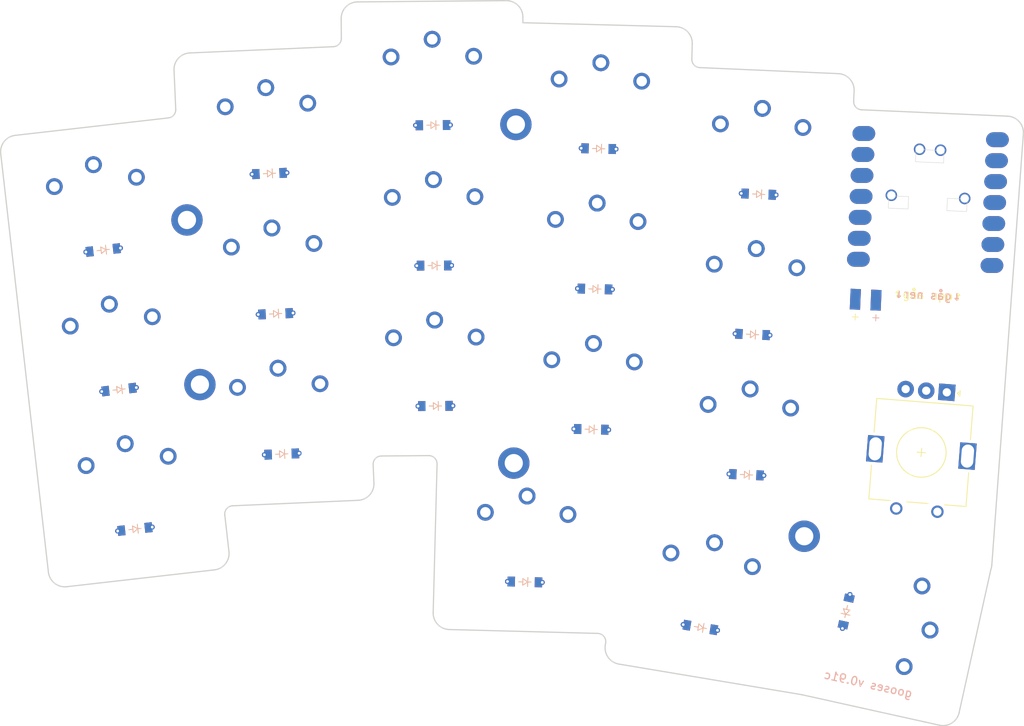
<source format=kicad_pcb>

            
(kicad_pcb (version 20171130) (host pcbnew 5.1.6)

  (page A3)
  (title_block
    (title goose_choc)
    (rev v1.0.0)
    (company Unknown)
  )

  (general
    (thickness 1.6)
  )

  (layers
    (0 F.Cu signal)
    (31 B.Cu signal)
    (32 B.Adhes user)
    (33 F.Adhes user)
    (34 B.Paste user)
    (35 F.Paste user)
    (36 B.SilkS user)
    (37 F.SilkS user)
    (38 B.Mask user)
    (39 F.Mask user)
    (40 Dwgs.User user)
    (41 Cmts.User user)
    (42 Eco1.User user)
    (43 Eco2.User user)
    (44 Edge.Cuts user)
    (45 Margin user)
    (46 B.CrtYd user)
    (47 F.CrtYd user)
    (48 B.Fab user)
    (49 F.Fab user)
  )

  (setup
    (last_trace_width 0.25)
    (trace_clearance 0.2)
    (zone_clearance 0.508)
    (zone_45_only no)
    (trace_min 0.2)
    (via_size 0.8)
    (via_drill 0.4)
    (via_min_size 0.4)
    (via_min_drill 0.3)
    (uvia_size 0.3)
    (uvia_drill 0.1)
    (uvias_allowed no)
    (uvia_min_size 0.2)
    (uvia_min_drill 0.1)
    (edge_width 0.05)
    (segment_width 0.2)
    (pcb_text_width 0.3)
    (pcb_text_size 1.5 1.5)
    (mod_edge_width 0.12)
    (mod_text_size 1 1)
    (mod_text_width 0.15)
    (pad_size 1.524 1.524)
    (pad_drill 0.762)
    (pad_to_mask_clearance 0.05)
    (aux_axis_origin 0 0)
    (visible_elements FFFFFF7F)
    (pcbplotparams
      (layerselection 0x010fc_ffffffff)
      (usegerberextensions false)
      (usegerberattributes true)
      (usegerberadvancedattributes true)
      (creategerberjobfile true)
      (excludeedgelayer true)
      (linewidth 0.100000)
      (plotframeref false)
      (viasonmask false)
      (mode 1)
      (useauxorigin false)
      (hpglpennumber 1)
      (hpglpenspeed 20)
      (hpglpendiameter 15.000000)
      (psnegative false)
      (psa4output false)
      (plotreference true)
      (plotvalue true)
      (plotinvisibletext false)
      (padsonsilk false)
      (subtractmaskfromsilk false)
      (outputformat 1)
      (mirror false)
      (drillshape 1)
      (scaleselection 1)
      (outputdirectory ""))
  )

            (net 0 "")
(net 1 "C0")
(net 2 "C0_R2")
(net 3 "C0_R1")
(net 4 "C0_R0")
(net 5 "C1")
(net 6 "C1_R2")
(net 7 "C1_R1")
(net 8 "C1_R0")
(net 9 "C2")
(net 10 "C2_R2")
(net 11 "C2_R1")
(net 12 "C2_R0")
(net 13 "C3")
(net 14 "C3_R2")
(net 15 "C3_R1")
(net 16 "C3_R0")
(net 17 "C4")
(net 18 "C4_R2")
(net 19 "C4_R1")
(net 20 "C4_R0")
(net 21 "C1_R3")
(net 22 "C2_R3")
(net 23 "C3_R3")
(net 24 "R2")
(net 25 "R1")
(net 26 "R0")
(net 27 "R3")
(net 28 "ENCA")
(net 29 "ENCB")
(net 30 "3V3")
(net 31 "GND")
(net 32 "5V")
(net 33 "RST")
(net 34 "BAT+")
(net 35 "PAD_3")
(net 36 "PAD_4")
(net 37 "PAD_5")
            
  (net_class Default "This is the default net class."
    (clearance 0.2)
    (trace_width 0.25)
    (via_dia 0.8)
    (via_drill 0.4)
    (uvia_dia 0.3)
    (uvia_drill 0.1)
    (add_net "")
(add_net "C0")
(add_net "C0_R2")
(add_net "C0_R1")
(add_net "C0_R0")
(add_net "C1")
(add_net "C1_R2")
(add_net "C1_R1")
(add_net "C1_R0")
(add_net "C2")
(add_net "C2_R2")
(add_net "C2_R1")
(add_net "C2_R0")
(add_net "C3")
(add_net "C3_R2")
(add_net "C3_R1")
(add_net "C3_R0")
(add_net "C4")
(add_net "C4_R2")
(add_net "C4_R1")
(add_net "C4_R0")
(add_net "C1_R3")
(add_net "C2_R3")
(add_net "C3_R3")
(add_net "R2")
(add_net "R1")
(add_net "R0")
(add_net "R3")
(add_net "ENCA")
(add_net "ENCB")
(add_net "3V3")
(add_net "GND")
(add_net "5V")
(add_net "RST")
(add_net "BAT+")
(add_net "PAD_3")
(add_net "PAD_4")
(add_net "PAD_5")
  )

            
        
      (module PG1350 (layer F.Cu) (tedit 5DD50112)
      (at 178.10284 149.8011294 6.5)

      
      (fp_text reference "S1" (at 0 0) (layer F.SilkS) hide (effects (font (size 1.27 1.27) (thickness 0.15))))
      (fp_text value "" (at 0 0) (layer F.SilkS) hide (effects (font (size 1.27 1.27) (thickness 0.15))))

      
      (fp_line (start -7 -6) (end -7 -7) (layer Dwgs.User) (width 0.15))
      (fp_line (start -7 7) (end -6 7) (layer Dwgs.User) (width 0.15))
      (fp_line (start -6 -7) (end -7 -7) (layer Dwgs.User) (width 0.15))
      (fp_line (start -7 7) (end -7 6) (layer Dwgs.User) (width 0.15))
      (fp_line (start 7 6) (end 7 7) (layer Dwgs.User) (width 0.15))
      (fp_line (start 7 -7) (end 6 -7) (layer Dwgs.User) (width 0.15))
      (fp_line (start 6 7) (end 7 7) (layer Dwgs.User) (width 0.15))
      (fp_line (start 7 -7) (end 7 -6) (layer Dwgs.User) (width 0.15))      
      
      
      (pad "" np_thru_hole circle (at 0 0) (size 3.429 3.429) (drill 3.429) (layers *.Cu *.Mask))
        
      
      (pad "" np_thru_hole circle (at 5.5 0) (size 1.7018 1.7018) (drill 1.7018) (layers *.Cu *.Mask))
      (pad "" np_thru_hole circle (at -5.5 0) (size 1.7018 1.7018) (drill 1.7018) (layers *.Cu *.Mask))
      
        
      
      (fp_line (start -9 -8.5) (end 9 -8.5) (layer Dwgs.User) (width 0.15))
      (fp_line (start 9 -8.5) (end 9 8.5) (layer Dwgs.User) (width 0.15))
      (fp_line (start 9 8.5) (end -9 8.5) (layer Dwgs.User) (width 0.15))
      (fp_line (start -9 8.5) (end -9 -8.5) (layer Dwgs.User) (width 0.15))
      
        
            
            (pad 1 thru_hole circle (at 5 -3.8) (size 2.032 2.032) (drill 1.27) (layers *.Cu *.Mask) (net 1 "C0"))
            (pad 2 thru_hole circle (at 0 -5.9) (size 2.032 2.032) (drill 1.27) (layers *.Cu *.Mask) (net 2 "C0_R2"))
          
        
            
            (pad 1 thru_hole circle (at -5 -3.8) (size 2.032 2.032) (drill 1.27) (layers *.Cu *.Mask) (net 1 "C0"))
            (pad 2 thru_hole circle (at -0 -5.9) (size 2.032 2.032) (drill 1.27) (layers *.Cu *.Mask) (net 2 "C0_R2"))
          )
        

        
      (module PG1350 (layer F.Cu) (tedit 5DD50112)
      (at 176.1783854 132.9104079 6.5)

      
      (fp_text reference "S2" (at 0 0) (layer F.SilkS) hide (effects (font (size 1.27 1.27) (thickness 0.15))))
      (fp_text value "" (at 0 0) (layer F.SilkS) hide (effects (font (size 1.27 1.27) (thickness 0.15))))

      
      (fp_line (start -7 -6) (end -7 -7) (layer Dwgs.User) (width 0.15))
      (fp_line (start -7 7) (end -6 7) (layer Dwgs.User) (width 0.15))
      (fp_line (start -6 -7) (end -7 -7) (layer Dwgs.User) (width 0.15))
      (fp_line (start -7 7) (end -7 6) (layer Dwgs.User) (width 0.15))
      (fp_line (start 7 6) (end 7 7) (layer Dwgs.User) (width 0.15))
      (fp_line (start 7 -7) (end 6 -7) (layer Dwgs.User) (width 0.15))
      (fp_line (start 6 7) (end 7 7) (layer Dwgs.User) (width 0.15))
      (fp_line (start 7 -7) (end 7 -6) (layer Dwgs.User) (width 0.15))      
      
      
      (pad "" np_thru_hole circle (at 0 0) (size 3.429 3.429) (drill 3.429) (layers *.Cu *.Mask))
        
      
      (pad "" np_thru_hole circle (at 5.5 0) (size 1.7018 1.7018) (drill 1.7018) (layers *.Cu *.Mask))
      (pad "" np_thru_hole circle (at -5.5 0) (size 1.7018 1.7018) (drill 1.7018) (layers *.Cu *.Mask))
      
        
      
      (fp_line (start -9 -8.5) (end 9 -8.5) (layer Dwgs.User) (width 0.15))
      (fp_line (start 9 -8.5) (end 9 8.5) (layer Dwgs.User) (width 0.15))
      (fp_line (start 9 8.5) (end -9 8.5) (layer Dwgs.User) (width 0.15))
      (fp_line (start -9 8.5) (end -9 -8.5) (layer Dwgs.User) (width 0.15))
      
        
            
            (pad 1 thru_hole circle (at 5 -3.8) (size 2.032 2.032) (drill 1.27) (layers *.Cu *.Mask) (net 1 "C0"))
            (pad 2 thru_hole circle (at 0 -5.9) (size 2.032 2.032) (drill 1.27) (layers *.Cu *.Mask) (net 3 "C0_R1"))
          
        
            
            (pad 1 thru_hole circle (at -5 -3.8) (size 2.032 2.032) (drill 1.27) (layers *.Cu *.Mask) (net 1 "C0"))
            (pad 2 thru_hole circle (at -0 -5.9) (size 2.032 2.032) (drill 1.27) (layers *.Cu *.Mask) (net 3 "C0_R1"))
          )
        

        
      (module PG1350 (layer F.Cu) (tedit 5DD50112)
      (at 174.2539308 116.0196863 6.5)

      
      (fp_text reference "S3" (at 0 0) (layer F.SilkS) hide (effects (font (size 1.27 1.27) (thickness 0.15))))
      (fp_text value "" (at 0 0) (layer F.SilkS) hide (effects (font (size 1.27 1.27) (thickness 0.15))))

      
      (fp_line (start -7 -6) (end -7 -7) (layer Dwgs.User) (width 0.15))
      (fp_line (start -7 7) (end -6 7) (layer Dwgs.User) (width 0.15))
      (fp_line (start -6 -7) (end -7 -7) (layer Dwgs.User) (width 0.15))
      (fp_line (start -7 7) (end -7 6) (layer Dwgs.User) (width 0.15))
      (fp_line (start 7 6) (end 7 7) (layer Dwgs.User) (width 0.15))
      (fp_line (start 7 -7) (end 6 -7) (layer Dwgs.User) (width 0.15))
      (fp_line (start 6 7) (end 7 7) (layer Dwgs.User) (width 0.15))
      (fp_line (start 7 -7) (end 7 -6) (layer Dwgs.User) (width 0.15))      
      
      
      (pad "" np_thru_hole circle (at 0 0) (size 3.429 3.429) (drill 3.429) (layers *.Cu *.Mask))
        
      
      (pad "" np_thru_hole circle (at 5.5 0) (size 1.7018 1.7018) (drill 1.7018) (layers *.Cu *.Mask))
      (pad "" np_thru_hole circle (at -5.5 0) (size 1.7018 1.7018) (drill 1.7018) (layers *.Cu *.Mask))
      
        
      
      (fp_line (start -9 -8.5) (end 9 -8.5) (layer Dwgs.User) (width 0.15))
      (fp_line (start 9 -8.5) (end 9 8.5) (layer Dwgs.User) (width 0.15))
      (fp_line (start 9 8.5) (end -9 8.5) (layer Dwgs.User) (width 0.15))
      (fp_line (start -9 8.5) (end -9 -8.5) (layer Dwgs.User) (width 0.15))
      
        
            
            (pad 1 thru_hole circle (at 5 -3.8) (size 2.032 2.032) (drill 1.27) (layers *.Cu *.Mask) (net 1 "C0"))
            (pad 2 thru_hole circle (at 0 -5.9) (size 2.032 2.032) (drill 1.27) (layers *.Cu *.Mask) (net 4 "C0_R0"))
          
        
            
            (pad 1 thru_hole circle (at -5 -3.8) (size 2.032 2.032) (drill 1.27) (layers *.Cu *.Mask) (net 1 "C0"))
            (pad 2 thru_hole circle (at -0 -5.9) (size 2.032 2.032) (drill 1.27) (layers *.Cu *.Mask) (net 4 "C0_R0"))
          )
        

        
      (module PG1350 (layer F.Cu) (tedit 5DD50112)
      (at 196.1882828 140.6952654 2.5)

      
      (fp_text reference "S4" (at 0 0) (layer F.SilkS) hide (effects (font (size 1.27 1.27) (thickness 0.15))))
      (fp_text value "" (at 0 0) (layer F.SilkS) hide (effects (font (size 1.27 1.27) (thickness 0.15))))

      
      (fp_line (start -7 -6) (end -7 -7) (layer Dwgs.User) (width 0.15))
      (fp_line (start -7 7) (end -6 7) (layer Dwgs.User) (width 0.15))
      (fp_line (start -6 -7) (end -7 -7) (layer Dwgs.User) (width 0.15))
      (fp_line (start -7 7) (end -7 6) (layer Dwgs.User) (width 0.15))
      (fp_line (start 7 6) (end 7 7) (layer Dwgs.User) (width 0.15))
      (fp_line (start 7 -7) (end 6 -7) (layer Dwgs.User) (width 0.15))
      (fp_line (start 6 7) (end 7 7) (layer Dwgs.User) (width 0.15))
      (fp_line (start 7 -7) (end 7 -6) (layer Dwgs.User) (width 0.15))      
      
      
      (pad "" np_thru_hole circle (at 0 0) (size 3.429 3.429) (drill 3.429) (layers *.Cu *.Mask))
        
      
      (pad "" np_thru_hole circle (at 5.5 0) (size 1.7018 1.7018) (drill 1.7018) (layers *.Cu *.Mask))
      (pad "" np_thru_hole circle (at -5.5 0) (size 1.7018 1.7018) (drill 1.7018) (layers *.Cu *.Mask))
      
        
      
      (fp_line (start -9 -8.5) (end 9 -8.5) (layer Dwgs.User) (width 0.15))
      (fp_line (start 9 -8.5) (end 9 8.5) (layer Dwgs.User) (width 0.15))
      (fp_line (start 9 8.5) (end -9 8.5) (layer Dwgs.User) (width 0.15))
      (fp_line (start -9 8.5) (end -9 -8.5) (layer Dwgs.User) (width 0.15))
      
        
            
            (pad 1 thru_hole circle (at 5 -3.8) (size 2.032 2.032) (drill 1.27) (layers *.Cu *.Mask) (net 5 "C1"))
            (pad 2 thru_hole circle (at 0 -5.9) (size 2.032 2.032) (drill 1.27) (layers *.Cu *.Mask) (net 6 "C1_R2"))
          
        
            
            (pad 1 thru_hole circle (at -5 -3.8) (size 2.032 2.032) (drill 1.27) (layers *.Cu *.Mask) (net 5 "C1"))
            (pad 2 thru_hole circle (at -0 -5.9) (size 2.032 2.032) (drill 1.27) (layers *.Cu *.Mask) (net 6 "C1_R2"))
          )
        

        
      (module PG1350 (layer F.Cu) (tedit 5DD50112)
      (at 195.4467533 123.7114455 2.5)

      
      (fp_text reference "S5" (at 0 0) (layer F.SilkS) hide (effects (font (size 1.27 1.27) (thickness 0.15))))
      (fp_text value "" (at 0 0) (layer F.SilkS) hide (effects (font (size 1.27 1.27) (thickness 0.15))))

      
      (fp_line (start -7 -6) (end -7 -7) (layer Dwgs.User) (width 0.15))
      (fp_line (start -7 7) (end -6 7) (layer Dwgs.User) (width 0.15))
      (fp_line (start -6 -7) (end -7 -7) (layer Dwgs.User) (width 0.15))
      (fp_line (start -7 7) (end -7 6) (layer Dwgs.User) (width 0.15))
      (fp_line (start 7 6) (end 7 7) (layer Dwgs.User) (width 0.15))
      (fp_line (start 7 -7) (end 6 -7) (layer Dwgs.User) (width 0.15))
      (fp_line (start 6 7) (end 7 7) (layer Dwgs.User) (width 0.15))
      (fp_line (start 7 -7) (end 7 -6) (layer Dwgs.User) (width 0.15))      
      
      
      (pad "" np_thru_hole circle (at 0 0) (size 3.429 3.429) (drill 3.429) (layers *.Cu *.Mask))
        
      
      (pad "" np_thru_hole circle (at 5.5 0) (size 1.7018 1.7018) (drill 1.7018) (layers *.Cu *.Mask))
      (pad "" np_thru_hole circle (at -5.5 0) (size 1.7018 1.7018) (drill 1.7018) (layers *.Cu *.Mask))
      
        
      
      (fp_line (start -9 -8.5) (end 9 -8.5) (layer Dwgs.User) (width 0.15))
      (fp_line (start 9 -8.5) (end 9 8.5) (layer Dwgs.User) (width 0.15))
      (fp_line (start 9 8.5) (end -9 8.5) (layer Dwgs.User) (width 0.15))
      (fp_line (start -9 8.5) (end -9 -8.5) (layer Dwgs.User) (width 0.15))
      
        
            
            (pad 1 thru_hole circle (at 5 -3.8) (size 2.032 2.032) (drill 1.27) (layers *.Cu *.Mask) (net 5 "C1"))
            (pad 2 thru_hole circle (at 0 -5.9) (size 2.032 2.032) (drill 1.27) (layers *.Cu *.Mask) (net 7 "C1_R1"))
          
        
            
            (pad 1 thru_hole circle (at -5 -3.8) (size 2.032 2.032) (drill 1.27) (layers *.Cu *.Mask) (net 5 "C1"))
            (pad 2 thru_hole circle (at -0 -5.9) (size 2.032 2.032) (drill 1.27) (layers *.Cu *.Mask) (net 7 "C1_R1"))
          )
        

        
      (module PG1350 (layer F.Cu) (tedit 5DD50112)
      (at 194.7052237 106.7276257 2.5)

      
      (fp_text reference "S6" (at 0 0) (layer F.SilkS) hide (effects (font (size 1.27 1.27) (thickness 0.15))))
      (fp_text value "" (at 0 0) (layer F.SilkS) hide (effects (font (size 1.27 1.27) (thickness 0.15))))

      
      (fp_line (start -7 -6) (end -7 -7) (layer Dwgs.User) (width 0.15))
      (fp_line (start -7 7) (end -6 7) (layer Dwgs.User) (width 0.15))
      (fp_line (start -6 -7) (end -7 -7) (layer Dwgs.User) (width 0.15))
      (fp_line (start -7 7) (end -7 6) (layer Dwgs.User) (width 0.15))
      (fp_line (start 7 6) (end 7 7) (layer Dwgs.User) (width 0.15))
      (fp_line (start 7 -7) (end 6 -7) (layer Dwgs.User) (width 0.15))
      (fp_line (start 6 7) (end 7 7) (layer Dwgs.User) (width 0.15))
      (fp_line (start 7 -7) (end 7 -6) (layer Dwgs.User) (width 0.15))      
      
      
      (pad "" np_thru_hole circle (at 0 0) (size 3.429 3.429) (drill 3.429) (layers *.Cu *.Mask))
        
      
      (pad "" np_thru_hole circle (at 5.5 0) (size 1.7018 1.7018) (drill 1.7018) (layers *.Cu *.Mask))
      (pad "" np_thru_hole circle (at -5.5 0) (size 1.7018 1.7018) (drill 1.7018) (layers *.Cu *.Mask))
      
        
      
      (fp_line (start -9 -8.5) (end 9 -8.5) (layer Dwgs.User) (width 0.15))
      (fp_line (start 9 -8.5) (end 9 8.5) (layer Dwgs.User) (width 0.15))
      (fp_line (start 9 8.5) (end -9 8.5) (layer Dwgs.User) (width 0.15))
      (fp_line (start -9 8.5) (end -9 -8.5) (layer Dwgs.User) (width 0.15))
      
        
            
            (pad 1 thru_hole circle (at 5 -3.8) (size 2.032 2.032) (drill 1.27) (layers *.Cu *.Mask) (net 5 "C1"))
            (pad 2 thru_hole circle (at 0 -5.9) (size 2.032 2.032) (drill 1.27) (layers *.Cu *.Mask) (net 8 "C1_R0"))
          
        
            
            (pad 1 thru_hole circle (at -5 -3.8) (size 2.032 2.032) (drill 1.27) (layers *.Cu *.Mask) (net 5 "C1"))
            (pad 2 thru_hole circle (at -0 -5.9) (size 2.032 2.032) (drill 1.27) (layers *.Cu *.Mask) (net 8 "C1_R0"))
          )
        

        
      (module PG1350 (layer F.Cu) (tedit 5DD50112)
      (at 214.952102 134.8712558 0.5)

      
      (fp_text reference "S7" (at 0 0) (layer F.SilkS) hide (effects (font (size 1.27 1.27) (thickness 0.15))))
      (fp_text value "" (at 0 0) (layer F.SilkS) hide (effects (font (size 1.27 1.27) (thickness 0.15))))

      
      (fp_line (start -7 -6) (end -7 -7) (layer Dwgs.User) (width 0.15))
      (fp_line (start -7 7) (end -6 7) (layer Dwgs.User) (width 0.15))
      (fp_line (start -6 -7) (end -7 -7) (layer Dwgs.User) (width 0.15))
      (fp_line (start -7 7) (end -7 6) (layer Dwgs.User) (width 0.15))
      (fp_line (start 7 6) (end 7 7) (layer Dwgs.User) (width 0.15))
      (fp_line (start 7 -7) (end 6 -7) (layer Dwgs.User) (width 0.15))
      (fp_line (start 6 7) (end 7 7) (layer Dwgs.User) (width 0.15))
      (fp_line (start 7 -7) (end 7 -6) (layer Dwgs.User) (width 0.15))      
      
      
      (pad "" np_thru_hole circle (at 0 0) (size 3.429 3.429) (drill 3.429) (layers *.Cu *.Mask))
        
      
      (pad "" np_thru_hole circle (at 5.5 0) (size 1.7018 1.7018) (drill 1.7018) (layers *.Cu *.Mask))
      (pad "" np_thru_hole circle (at -5.5 0) (size 1.7018 1.7018) (drill 1.7018) (layers *.Cu *.Mask))
      
        
      
      (fp_line (start -9 -8.5) (end 9 -8.5) (layer Dwgs.User) (width 0.15))
      (fp_line (start 9 -8.5) (end 9 8.5) (layer Dwgs.User) (width 0.15))
      (fp_line (start 9 8.5) (end -9 8.5) (layer Dwgs.User) (width 0.15))
      (fp_line (start -9 8.5) (end -9 -8.5) (layer Dwgs.User) (width 0.15))
      
        
            
            (pad 1 thru_hole circle (at 5 -3.8) (size 2.032 2.032) (drill 1.27) (layers *.Cu *.Mask) (net 9 "C2"))
            (pad 2 thru_hole circle (at 0 -5.9) (size 2.032 2.032) (drill 1.27) (layers *.Cu *.Mask) (net 10 "C2_R2"))
          
        
            
            (pad 1 thru_hole circle (at -5 -3.8) (size 2.032 2.032) (drill 1.27) (layers *.Cu *.Mask) (net 9 "C2"))
            (pad 2 thru_hole circle (at -0 -5.9) (size 2.032 2.032) (drill 1.27) (layers *.Cu *.Mask) (net 10 "C2_R2"))
          )
        

        
      (module PG1350 (layer F.Cu) (tedit 5DD50112)
      (at 214.803751 117.8719032 0.5)

      
      (fp_text reference "S8" (at 0 0) (layer F.SilkS) hide (effects (font (size 1.27 1.27) (thickness 0.15))))
      (fp_text value "" (at 0 0) (layer F.SilkS) hide (effects (font (size 1.27 1.27) (thickness 0.15))))

      
      (fp_line (start -7 -6) (end -7 -7) (layer Dwgs.User) (width 0.15))
      (fp_line (start -7 7) (end -6 7) (layer Dwgs.User) (width 0.15))
      (fp_line (start -6 -7) (end -7 -7) (layer Dwgs.User) (width 0.15))
      (fp_line (start -7 7) (end -7 6) (layer Dwgs.User) (width 0.15))
      (fp_line (start 7 6) (end 7 7) (layer Dwgs.User) (width 0.15))
      (fp_line (start 7 -7) (end 6 -7) (layer Dwgs.User) (width 0.15))
      (fp_line (start 6 7) (end 7 7) (layer Dwgs.User) (width 0.15))
      (fp_line (start 7 -7) (end 7 -6) (layer Dwgs.User) (width 0.15))      
      
      
      (pad "" np_thru_hole circle (at 0 0) (size 3.429 3.429) (drill 3.429) (layers *.Cu *.Mask))
        
      
      (pad "" np_thru_hole circle (at 5.5 0) (size 1.7018 1.7018) (drill 1.7018) (layers *.Cu *.Mask))
      (pad "" np_thru_hole circle (at -5.5 0) (size 1.7018 1.7018) (drill 1.7018) (layers *.Cu *.Mask))
      
        
      
      (fp_line (start -9 -8.5) (end 9 -8.5) (layer Dwgs.User) (width 0.15))
      (fp_line (start 9 -8.5) (end 9 8.5) (layer Dwgs.User) (width 0.15))
      (fp_line (start 9 8.5) (end -9 8.5) (layer Dwgs.User) (width 0.15))
      (fp_line (start -9 8.5) (end -9 -8.5) (layer Dwgs.User) (width 0.15))
      
        
            
            (pad 1 thru_hole circle (at 5 -3.8) (size 2.032 2.032) (drill 1.27) (layers *.Cu *.Mask) (net 9 "C2"))
            (pad 2 thru_hole circle (at 0 -5.9) (size 2.032 2.032) (drill 1.27) (layers *.Cu *.Mask) (net 11 "C2_R1"))
          
        
            
            (pad 1 thru_hole circle (at -5 -3.8) (size 2.032 2.032) (drill 1.27) (layers *.Cu *.Mask) (net 9 "C2"))
            (pad 2 thru_hole circle (at -0 -5.9) (size 2.032 2.032) (drill 1.27) (layers *.Cu *.Mask) (net 11 "C2_R1"))
          )
        

        
      (module PG1350 (layer F.Cu) (tedit 5DD50112)
      (at 214.6553999 100.8725505 0.5)

      
      (fp_text reference "S9" (at 0 0) (layer F.SilkS) hide (effects (font (size 1.27 1.27) (thickness 0.15))))
      (fp_text value "" (at 0 0) (layer F.SilkS) hide (effects (font (size 1.27 1.27) (thickness 0.15))))

      
      (fp_line (start -7 -6) (end -7 -7) (layer Dwgs.User) (width 0.15))
      (fp_line (start -7 7) (end -6 7) (layer Dwgs.User) (width 0.15))
      (fp_line (start -6 -7) (end -7 -7) (layer Dwgs.User) (width 0.15))
      (fp_line (start -7 7) (end -7 6) (layer Dwgs.User) (width 0.15))
      (fp_line (start 7 6) (end 7 7) (layer Dwgs.User) (width 0.15))
      (fp_line (start 7 -7) (end 6 -7) (layer Dwgs.User) (width 0.15))
      (fp_line (start 6 7) (end 7 7) (layer Dwgs.User) (width 0.15))
      (fp_line (start 7 -7) (end 7 -6) (layer Dwgs.User) (width 0.15))      
      
      
      (pad "" np_thru_hole circle (at 0 0) (size 3.429 3.429) (drill 3.429) (layers *.Cu *.Mask))
        
      
      (pad "" np_thru_hole circle (at 5.5 0) (size 1.7018 1.7018) (drill 1.7018) (layers *.Cu *.Mask))
      (pad "" np_thru_hole circle (at -5.5 0) (size 1.7018 1.7018) (drill 1.7018) (layers *.Cu *.Mask))
      
        
      
      (fp_line (start -9 -8.5) (end 9 -8.5) (layer Dwgs.User) (width 0.15))
      (fp_line (start 9 -8.5) (end 9 8.5) (layer Dwgs.User) (width 0.15))
      (fp_line (start 9 8.5) (end -9 8.5) (layer Dwgs.User) (width 0.15))
      (fp_line (start -9 8.5) (end -9 -8.5) (layer Dwgs.User) (width 0.15))
      
        
            
            (pad 1 thru_hole circle (at 5 -3.8) (size 2.032 2.032) (drill 1.27) (layers *.Cu *.Mask) (net 9 "C2"))
            (pad 2 thru_hole circle (at 0 -5.9) (size 2.032 2.032) (drill 1.27) (layers *.Cu *.Mask) (net 12 "C2_R0"))
          
        
            
            (pad 1 thru_hole circle (at -5 -3.8) (size 2.032 2.032) (drill 1.27) (layers *.Cu *.Mask) (net 9 "C2"))
            (pad 2 thru_hole circle (at -0 -5.9) (size 2.032 2.032) (drill 1.27) (layers *.Cu *.Mask) (net 12 "C2_R0"))
          )
        

        
      (module PG1350 (layer F.Cu) (tedit 5DD50112)
      (at 233.9775583 137.7053374 -1.5)

      
      (fp_text reference "S10" (at 0 0) (layer F.SilkS) hide (effects (font (size 1.27 1.27) (thickness 0.15))))
      (fp_text value "" (at 0 0) (layer F.SilkS) hide (effects (font (size 1.27 1.27) (thickness 0.15))))

      
      (fp_line (start -7 -6) (end -7 -7) (layer Dwgs.User) (width 0.15))
      (fp_line (start -7 7) (end -6 7) (layer Dwgs.User) (width 0.15))
      (fp_line (start -6 -7) (end -7 -7) (layer Dwgs.User) (width 0.15))
      (fp_line (start -7 7) (end -7 6) (layer Dwgs.User) (width 0.15))
      (fp_line (start 7 6) (end 7 7) (layer Dwgs.User) (width 0.15))
      (fp_line (start 7 -7) (end 6 -7) (layer Dwgs.User) (width 0.15))
      (fp_line (start 6 7) (end 7 7) (layer Dwgs.User) (width 0.15))
      (fp_line (start 7 -7) (end 7 -6) (layer Dwgs.User) (width 0.15))      
      
      
      (pad "" np_thru_hole circle (at 0 0) (size 3.429 3.429) (drill 3.429) (layers *.Cu *.Mask))
        
      
      (pad "" np_thru_hole circle (at 5.5 0) (size 1.7018 1.7018) (drill 1.7018) (layers *.Cu *.Mask))
      (pad "" np_thru_hole circle (at -5.5 0) (size 1.7018 1.7018) (drill 1.7018) (layers *.Cu *.Mask))
      
        
      
      (fp_line (start -9 -8.5) (end 9 -8.5) (layer Dwgs.User) (width 0.15))
      (fp_line (start 9 -8.5) (end 9 8.5) (layer Dwgs.User) (width 0.15))
      (fp_line (start 9 8.5) (end -9 8.5) (layer Dwgs.User) (width 0.15))
      (fp_line (start -9 8.5) (end -9 -8.5) (layer Dwgs.User) (width 0.15))
      
        
            
            (pad 1 thru_hole circle (at 5 -3.8) (size 2.032 2.032) (drill 1.27) (layers *.Cu *.Mask) (net 13 "C3"))
            (pad 2 thru_hole circle (at 0 -5.9) (size 2.032 2.032) (drill 1.27) (layers *.Cu *.Mask) (net 14 "C3_R2"))
          
        
            
            (pad 1 thru_hole circle (at -5 -3.8) (size 2.032 2.032) (drill 1.27) (layers *.Cu *.Mask) (net 13 "C3"))
            (pad 2 thru_hole circle (at -0 -5.9) (size 2.032 2.032) (drill 1.27) (layers *.Cu *.Mask) (net 14 "C3_R2"))
          )
        

        
      (module PG1350 (layer F.Cu) (tedit 5DD50112)
      (at 234.4225664 120.7111629 -1.5)

      
      (fp_text reference "S11" (at 0 0) (layer F.SilkS) hide (effects (font (size 1.27 1.27) (thickness 0.15))))
      (fp_text value "" (at 0 0) (layer F.SilkS) hide (effects (font (size 1.27 1.27) (thickness 0.15))))

      
      (fp_line (start -7 -6) (end -7 -7) (layer Dwgs.User) (width 0.15))
      (fp_line (start -7 7) (end -6 7) (layer Dwgs.User) (width 0.15))
      (fp_line (start -6 -7) (end -7 -7) (layer Dwgs.User) (width 0.15))
      (fp_line (start -7 7) (end -7 6) (layer Dwgs.User) (width 0.15))
      (fp_line (start 7 6) (end 7 7) (layer Dwgs.User) (width 0.15))
      (fp_line (start 7 -7) (end 6 -7) (layer Dwgs.User) (width 0.15))
      (fp_line (start 6 7) (end 7 7) (layer Dwgs.User) (width 0.15))
      (fp_line (start 7 -7) (end 7 -6) (layer Dwgs.User) (width 0.15))      
      
      
      (pad "" np_thru_hole circle (at 0 0) (size 3.429 3.429) (drill 3.429) (layers *.Cu *.Mask))
        
      
      (pad "" np_thru_hole circle (at 5.5 0) (size 1.7018 1.7018) (drill 1.7018) (layers *.Cu *.Mask))
      (pad "" np_thru_hole circle (at -5.5 0) (size 1.7018 1.7018) (drill 1.7018) (layers *.Cu *.Mask))
      
        
      
      (fp_line (start -9 -8.5) (end 9 -8.5) (layer Dwgs.User) (width 0.15))
      (fp_line (start 9 -8.5) (end 9 8.5) (layer Dwgs.User) (width 0.15))
      (fp_line (start 9 8.5) (end -9 8.5) (layer Dwgs.User) (width 0.15))
      (fp_line (start -9 8.5) (end -9 -8.5) (layer Dwgs.User) (width 0.15))
      
        
            
            (pad 1 thru_hole circle (at 5 -3.8) (size 2.032 2.032) (drill 1.27) (layers *.Cu *.Mask) (net 13 "C3"))
            (pad 2 thru_hole circle (at 0 -5.9) (size 2.032 2.032) (drill 1.27) (layers *.Cu *.Mask) (net 15 "C3_R1"))
          
        
            
            (pad 1 thru_hole circle (at -5 -3.8) (size 2.032 2.032) (drill 1.27) (layers *.Cu *.Mask) (net 13 "C3"))
            (pad 2 thru_hole circle (at -0 -5.9) (size 2.032 2.032) (drill 1.27) (layers *.Cu *.Mask) (net 15 "C3_R1"))
          )
        

        
      (module PG1350 (layer F.Cu) (tedit 5DD50112)
      (at 234.8675745 103.7169883 -1.5)

      
      (fp_text reference "S12" (at 0 0) (layer F.SilkS) hide (effects (font (size 1.27 1.27) (thickness 0.15))))
      (fp_text value "" (at 0 0) (layer F.SilkS) hide (effects (font (size 1.27 1.27) (thickness 0.15))))

      
      (fp_line (start -7 -6) (end -7 -7) (layer Dwgs.User) (width 0.15))
      (fp_line (start -7 7) (end -6 7) (layer Dwgs.User) (width 0.15))
      (fp_line (start -6 -7) (end -7 -7) (layer Dwgs.User) (width 0.15))
      (fp_line (start -7 7) (end -7 6) (layer Dwgs.User) (width 0.15))
      (fp_line (start 7 6) (end 7 7) (layer Dwgs.User) (width 0.15))
      (fp_line (start 7 -7) (end 6 -7) (layer Dwgs.User) (width 0.15))
      (fp_line (start 6 7) (end 7 7) (layer Dwgs.User) (width 0.15))
      (fp_line (start 7 -7) (end 7 -6) (layer Dwgs.User) (width 0.15))      
      
      
      (pad "" np_thru_hole circle (at 0 0) (size 3.429 3.429) (drill 3.429) (layers *.Cu *.Mask))
        
      
      (pad "" np_thru_hole circle (at 5.5 0) (size 1.7018 1.7018) (drill 1.7018) (layers *.Cu *.Mask))
      (pad "" np_thru_hole circle (at -5.5 0) (size 1.7018 1.7018) (drill 1.7018) (layers *.Cu *.Mask))
      
        
      
      (fp_line (start -9 -8.5) (end 9 -8.5) (layer Dwgs.User) (width 0.15))
      (fp_line (start 9 -8.5) (end 9 8.5) (layer Dwgs.User) (width 0.15))
      (fp_line (start 9 8.5) (end -9 8.5) (layer Dwgs.User) (width 0.15))
      (fp_line (start -9 8.5) (end -9 -8.5) (layer Dwgs.User) (width 0.15))
      
        
            
            (pad 1 thru_hole circle (at 5 -3.8) (size 2.032 2.032) (drill 1.27) (layers *.Cu *.Mask) (net 13 "C3"))
            (pad 2 thru_hole circle (at 0 -5.9) (size 2.032 2.032) (drill 1.27) (layers *.Cu *.Mask) (net 16 "C3_R0"))
          
        
            
            (pad 1 thru_hole circle (at -5 -3.8) (size 2.032 2.032) (drill 1.27) (layers *.Cu *.Mask) (net 13 "C3"))
            (pad 2 thru_hole circle (at -0 -5.9) (size 2.032 2.032) (drill 1.27) (layers *.Cu *.Mask) (net 16 "C3_R0"))
          )
        

        
      (module PG1350 (layer F.Cu) (tedit 5DD50112)
      (at 252.8401626 143.2009862 -2.5)

      
      (fp_text reference "S13" (at 0 0) (layer F.SilkS) hide (effects (font (size 1.27 1.27) (thickness 0.15))))
      (fp_text value "" (at 0 0) (layer F.SilkS) hide (effects (font (size 1.27 1.27) (thickness 0.15))))

      
      (fp_line (start -7 -6) (end -7 -7) (layer Dwgs.User) (width 0.15))
      (fp_line (start -7 7) (end -6 7) (layer Dwgs.User) (width 0.15))
      (fp_line (start -6 -7) (end -7 -7) (layer Dwgs.User) (width 0.15))
      (fp_line (start -7 7) (end -7 6) (layer Dwgs.User) (width 0.15))
      (fp_line (start 7 6) (end 7 7) (layer Dwgs.User) (width 0.15))
      (fp_line (start 7 -7) (end 6 -7) (layer Dwgs.User) (width 0.15))
      (fp_line (start 6 7) (end 7 7) (layer Dwgs.User) (width 0.15))
      (fp_line (start 7 -7) (end 7 -6) (layer Dwgs.User) (width 0.15))      
      
      
      (pad "" np_thru_hole circle (at 0 0) (size 3.429 3.429) (drill 3.429) (layers *.Cu *.Mask))
        
      
      (pad "" np_thru_hole circle (at 5.5 0) (size 1.7018 1.7018) (drill 1.7018) (layers *.Cu *.Mask))
      (pad "" np_thru_hole circle (at -5.5 0) (size 1.7018 1.7018) (drill 1.7018) (layers *.Cu *.Mask))
      
        
      
      (fp_line (start -9 -8.5) (end 9 -8.5) (layer Dwgs.User) (width 0.15))
      (fp_line (start 9 -8.5) (end 9 8.5) (layer Dwgs.User) (width 0.15))
      (fp_line (start 9 8.5) (end -9 8.5) (layer Dwgs.User) (width 0.15))
      (fp_line (start -9 8.5) (end -9 -8.5) (layer Dwgs.User) (width 0.15))
      
        
            
            (pad 1 thru_hole circle (at 5 -3.8) (size 2.032 2.032) (drill 1.27) (layers *.Cu *.Mask) (net 17 "C4"))
            (pad 2 thru_hole circle (at 0 -5.9) (size 2.032 2.032) (drill 1.27) (layers *.Cu *.Mask) (net 18 "C4_R2"))
          
        
            
            (pad 1 thru_hole circle (at -5 -3.8) (size 2.032 2.032) (drill 1.27) (layers *.Cu *.Mask) (net 17 "C4"))
            (pad 2 thru_hole circle (at -0 -5.9) (size 2.032 2.032) (drill 1.27) (layers *.Cu *.Mask) (net 18 "C4_R2"))
          )
        

        
      (module PG1350 (layer F.Cu) (tedit 5DD50112)
      (at 253.5816922 126.2171665 -2.5)

      
      (fp_text reference "S14" (at 0 0) (layer F.SilkS) hide (effects (font (size 1.27 1.27) (thickness 0.15))))
      (fp_text value "" (at 0 0) (layer F.SilkS) hide (effects (font (size 1.27 1.27) (thickness 0.15))))

      
      (fp_line (start -7 -6) (end -7 -7) (layer Dwgs.User) (width 0.15))
      (fp_line (start -7 7) (end -6 7) (layer Dwgs.User) (width 0.15))
      (fp_line (start -6 -7) (end -7 -7) (layer Dwgs.User) (width 0.15))
      (fp_line (start -7 7) (end -7 6) (layer Dwgs.User) (width 0.15))
      (fp_line (start 7 6) (end 7 7) (layer Dwgs.User) (width 0.15))
      (fp_line (start 7 -7) (end 6 -7) (layer Dwgs.User) (width 0.15))
      (fp_line (start 6 7) (end 7 7) (layer Dwgs.User) (width 0.15))
      (fp_line (start 7 -7) (end 7 -6) (layer Dwgs.User) (width 0.15))      
      
      
      (pad "" np_thru_hole circle (at 0 0) (size 3.429 3.429) (drill 3.429) (layers *.Cu *.Mask))
        
      
      (pad "" np_thru_hole circle (at 5.5 0) (size 1.7018 1.7018) (drill 1.7018) (layers *.Cu *.Mask))
      (pad "" np_thru_hole circle (at -5.5 0) (size 1.7018 1.7018) (drill 1.7018) (layers *.Cu *.Mask))
      
        
      
      (fp_line (start -9 -8.5) (end 9 -8.5) (layer Dwgs.User) (width 0.15))
      (fp_line (start 9 -8.5) (end 9 8.5) (layer Dwgs.User) (width 0.15))
      (fp_line (start 9 8.5) (end -9 8.5) (layer Dwgs.User) (width 0.15))
      (fp_line (start -9 8.5) (end -9 -8.5) (layer Dwgs.User) (width 0.15))
      
        
            
            (pad 1 thru_hole circle (at 5 -3.8) (size 2.032 2.032) (drill 1.27) (layers *.Cu *.Mask) (net 17 "C4"))
            (pad 2 thru_hole circle (at 0 -5.9) (size 2.032 2.032) (drill 1.27) (layers *.Cu *.Mask) (net 19 "C4_R1"))
          
        
            
            (pad 1 thru_hole circle (at -5 -3.8) (size 2.032 2.032) (drill 1.27) (layers *.Cu *.Mask) (net 17 "C4"))
            (pad 2 thru_hole circle (at -0 -5.9) (size 2.032 2.032) (drill 1.27) (layers *.Cu *.Mask) (net 19 "C4_R1"))
          )
        

        
      (module PG1350 (layer F.Cu) (tedit 5DD50112)
      (at 254.3232218 109.2333467 -2.5)

      
      (fp_text reference "S15" (at 0 0) (layer F.SilkS) hide (effects (font (size 1.27 1.27) (thickness 0.15))))
      (fp_text value "" (at 0 0) (layer F.SilkS) hide (effects (font (size 1.27 1.27) (thickness 0.15))))

      
      (fp_line (start -7 -6) (end -7 -7) (layer Dwgs.User) (width 0.15))
      (fp_line (start -7 7) (end -6 7) (layer Dwgs.User) (width 0.15))
      (fp_line (start -6 -7) (end -7 -7) (layer Dwgs.User) (width 0.15))
      (fp_line (start -7 7) (end -7 6) (layer Dwgs.User) (width 0.15))
      (fp_line (start 7 6) (end 7 7) (layer Dwgs.User) (width 0.15))
      (fp_line (start 7 -7) (end 6 -7) (layer Dwgs.User) (width 0.15))
      (fp_line (start 6 7) (end 7 7) (layer Dwgs.User) (width 0.15))
      (fp_line (start 7 -7) (end 7 -6) (layer Dwgs.User) (width 0.15))      
      
      
      (pad "" np_thru_hole circle (at 0 0) (size 3.429 3.429) (drill 3.429) (layers *.Cu *.Mask))
        
      
      (pad "" np_thru_hole circle (at 5.5 0) (size 1.7018 1.7018) (drill 1.7018) (layers *.Cu *.Mask))
      (pad "" np_thru_hole circle (at -5.5 0) (size 1.7018 1.7018) (drill 1.7018) (layers *.Cu *.Mask))
      
        
      
      (fp_line (start -9 -8.5) (end 9 -8.5) (layer Dwgs.User) (width 0.15))
      (fp_line (start 9 -8.5) (end 9 8.5) (layer Dwgs.User) (width 0.15))
      (fp_line (start 9 8.5) (end -9 8.5) (layer Dwgs.User) (width 0.15))
      (fp_line (start -9 8.5) (end -9 -8.5) (layer Dwgs.User) (width 0.15))
      
        
            
            (pad 1 thru_hole circle (at 5 -3.8) (size 2.032 2.032) (drill 1.27) (layers *.Cu *.Mask) (net 17 "C4"))
            (pad 2 thru_hole circle (at 0 -5.9) (size 2.032 2.032) (drill 1.27) (layers *.Cu *.Mask) (net 20 "C4_R0"))
          
        
            
            (pad 1 thru_hole circle (at -5 -3.8) (size 2.032 2.032) (drill 1.27) (layers *.Cu *.Mask) (net 17 "C4"))
            (pad 2 thru_hole circle (at -0 -5.9) (size 2.032 2.032) (drill 1.27) (layers *.Cu *.Mask) (net 20 "C4_R0"))
          )
        

        
      (module PG1350 (layer F.Cu) (tedit 5DD50112)
      (at 225.93843859999998 156.1761943 -1.5)

      
      (fp_text reference "S16" (at 0 0) (layer F.SilkS) hide (effects (font (size 1.27 1.27) (thickness 0.15))))
      (fp_text value "" (at 0 0) (layer F.SilkS) hide (effects (font (size 1.27 1.27) (thickness 0.15))))

      
      (fp_line (start -7 -6) (end -7 -7) (layer Dwgs.User) (width 0.15))
      (fp_line (start -7 7) (end -6 7) (layer Dwgs.User) (width 0.15))
      (fp_line (start -6 -7) (end -7 -7) (layer Dwgs.User) (width 0.15))
      (fp_line (start -7 7) (end -7 6) (layer Dwgs.User) (width 0.15))
      (fp_line (start 7 6) (end 7 7) (layer Dwgs.User) (width 0.15))
      (fp_line (start 7 -7) (end 6 -7) (layer Dwgs.User) (width 0.15))
      (fp_line (start 6 7) (end 7 7) (layer Dwgs.User) (width 0.15))
      (fp_line (start 7 -7) (end 7 -6) (layer Dwgs.User) (width 0.15))      
      
      
      (pad "" np_thru_hole circle (at 0 0) (size 3.429 3.429) (drill 3.429) (layers *.Cu *.Mask))
        
      
      (pad "" np_thru_hole circle (at 5.5 0) (size 1.7018 1.7018) (drill 1.7018) (layers *.Cu *.Mask))
      (pad "" np_thru_hole circle (at -5.5 0) (size 1.7018 1.7018) (drill 1.7018) (layers *.Cu *.Mask))
      
        
      
      (fp_line (start -9 -8.5) (end 9 -8.5) (layer Dwgs.User) (width 0.15))
      (fp_line (start 9 -8.5) (end 9 8.5) (layer Dwgs.User) (width 0.15))
      (fp_line (start 9 8.5) (end -9 8.5) (layer Dwgs.User) (width 0.15))
      (fp_line (start -9 8.5) (end -9 -8.5) (layer Dwgs.User) (width 0.15))
      
        
            
            (pad 1 thru_hole circle (at 5 -3.8) (size 2.032 2.032) (drill 1.27) (layers *.Cu *.Mask) (net 5 "C1"))
            (pad 2 thru_hole circle (at 0 -5.9) (size 2.032 2.032) (drill 1.27) (layers *.Cu *.Mask) (net 21 "C1_R3"))
          
        
            
            (pad 1 thru_hole circle (at -5 -3.8) (size 2.032 2.032) (drill 1.27) (layers *.Cu *.Mask) (net 5 "C1"))
            (pad 2 thru_hole circle (at -0 -5.9) (size 2.032 2.032) (drill 1.27) (layers *.Cu *.Mask) (net 21 "C1_R3"))
          )
        

        
      (module PG1350 (layer F.Cu) (tedit 5DD50112)
      (at 247.81207359999996 161.74906109999998 -9.5)

      
      (fp_text reference "S17" (at 0 0) (layer F.SilkS) hide (effects (font (size 1.27 1.27) (thickness 0.15))))
      (fp_text value "" (at 0 0) (layer F.SilkS) hide (effects (font (size 1.27 1.27) (thickness 0.15))))

      
      (fp_line (start -7 -6) (end -7 -7) (layer Dwgs.User) (width 0.15))
      (fp_line (start -7 7) (end -6 7) (layer Dwgs.User) (width 0.15))
      (fp_line (start -6 -7) (end -7 -7) (layer Dwgs.User) (width 0.15))
      (fp_line (start -7 7) (end -7 6) (layer Dwgs.User) (width 0.15))
      (fp_line (start 7 6) (end 7 7) (layer Dwgs.User) (width 0.15))
      (fp_line (start 7 -7) (end 6 -7) (layer Dwgs.User) (width 0.15))
      (fp_line (start 6 7) (end 7 7) (layer Dwgs.User) (width 0.15))
      (fp_line (start 7 -7) (end 7 -6) (layer Dwgs.User) (width 0.15))      
      
      
      (pad "" np_thru_hole circle (at 0 0) (size 3.429 3.429) (drill 3.429) (layers *.Cu *.Mask))
        
      
      (pad "" np_thru_hole circle (at 5.5 0) (size 1.7018 1.7018) (drill 1.7018) (layers *.Cu *.Mask))
      (pad "" np_thru_hole circle (at -5.5 0) (size 1.7018 1.7018) (drill 1.7018) (layers *.Cu *.Mask))
      
        
      
      (fp_line (start -9 -8.5) (end 9 -8.5) (layer Dwgs.User) (width 0.15))
      (fp_line (start 9 -8.5) (end 9 8.5) (layer Dwgs.User) (width 0.15))
      (fp_line (start 9 8.5) (end -9 8.5) (layer Dwgs.User) (width 0.15))
      (fp_line (start -9 8.5) (end -9 -8.5) (layer Dwgs.User) (width 0.15))
      
        
            
            (pad 1 thru_hole circle (at 5 -3.8) (size 2.032 2.032) (drill 1.27) (layers *.Cu *.Mask) (net 9 "C2"))
            (pad 2 thru_hole circle (at 0 -5.9) (size 2.032 2.032) (drill 1.27) (layers *.Cu *.Mask) (net 22 "C2_R3"))
          
        
            
            (pad 1 thru_hole circle (at -5 -3.8) (size 2.032 2.032) (drill 1.27) (layers *.Cu *.Mask) (net 9 "C2"))
            (pad 2 thru_hole circle (at -0 -5.9) (size 2.032 2.032) (drill 1.27) (layers *.Cu *.Mask) (net 22 "C2_R3"))
          )
        

        
      (module PG1350 (layer F.Cu) (tedit 5DD50112)
      (at 269.1167925 165.22559639999997 257.5)

      
      (fp_text reference "S18" (at 0 0) (layer F.SilkS) hide (effects (font (size 1.27 1.27) (thickness 0.15))))
      (fp_text value "" (at 0 0) (layer F.SilkS) hide (effects (font (size 1.27 1.27) (thickness 0.15))))

      
      (fp_line (start -7 -6) (end -7 -7) (layer Dwgs.User) (width 0.15))
      (fp_line (start -7 7) (end -6 7) (layer Dwgs.User) (width 0.15))
      (fp_line (start -6 -7) (end -7 -7) (layer Dwgs.User) (width 0.15))
      (fp_line (start -7 7) (end -7 6) (layer Dwgs.User) (width 0.15))
      (fp_line (start 7 6) (end 7 7) (layer Dwgs.User) (width 0.15))
      (fp_line (start 7 -7) (end 6 -7) (layer Dwgs.User) (width 0.15))
      (fp_line (start 6 7) (end 7 7) (layer Dwgs.User) (width 0.15))
      (fp_line (start 7 -7) (end 7 -6) (layer Dwgs.User) (width 0.15))      
      
      
      (pad "" np_thru_hole circle (at 0 0) (size 3.429 3.429) (drill 3.429) (layers *.Cu *.Mask))
        
      
      (pad "" np_thru_hole circle (at 5.5 0) (size 1.7018 1.7018) (drill 1.7018) (layers *.Cu *.Mask))
      (pad "" np_thru_hole circle (at -5.5 0) (size 1.7018 1.7018) (drill 1.7018) (layers *.Cu *.Mask))
      
        
      
      (fp_line (start -9 -8.5) (end 9 -8.5) (layer Dwgs.User) (width 0.15))
      (fp_line (start 9 -8.5) (end 9 8.5) (layer Dwgs.User) (width 0.15))
      (fp_line (start 9 8.5) (end -9 8.5) (layer Dwgs.User) (width 0.15))
      (fp_line (start -9 8.5) (end -9 -8.5) (layer Dwgs.User) (width 0.15))
      
        
            
            (pad 1 thru_hole circle (at 5 -3.8) (size 2.032 2.032) (drill 1.27) (layers *.Cu *.Mask) (net 13 "C3"))
            (pad 2 thru_hole circle (at 0 -5.9) (size 2.032 2.032) (drill 1.27) (layers *.Cu *.Mask) (net 23 "C3_R3"))
          
        
            
            (pad 1 thru_hole circle (at -5 -3.8) (size 2.032 2.032) (drill 1.27) (layers *.Cu *.Mask) (net 13 "C3"))
            (pad 2 thru_hole circle (at -0 -5.9) (size 2.032 2.032) (drill 1.27) (layers *.Cu *.Mask) (net 23 "C3_R3"))
          )
        

        (module Diode_SMD:D_SOD-123 (layer B.Cu) (tedit 5B24D78E)
            (at 178.61225449999998 154.2722028 186.5)
            (attr virtual)
            (fp_text reference "Di1" (at 0 0) (layer B.SilkS) hide (effects (font (size 1.27 1.27) (thickness 0.15))))
            (fp_text value "" (at 0 0) (layer B.SilkS) hide (effects (font (size 1.27 1.27) (thickness 0.15))))
        
            (fp_line (start 0.25 0) (end 0.75 0) (layer B.SilkS) (width 0.1))
            (fp_line (start 0.25 0.4) (end -0.35 0) (layer B.SilkS) (width 0.1))
            (fp_line (start 0.25 -0.4) (end 0.25 0.4) (layer B.SilkS) (width 0.1))
            (fp_line (start -0.35 0) (end 0.25 -0.4) (layer B.SilkS) (width 0.1))
            (fp_line (start -0.35 0) (end -0.35 0.55) (layer B.SilkS) (width 0.1))
            (fp_line (start -0.35 0) (end -0.35 -0.55) (layer B.SilkS) (width 0.1))
            (fp_line (start -0.75 0) (end -0.35 0) (layer B.SilkS) (width 0.1))
        
            (pad 1 smd rect (at -1.65 0 186.5) (size 0.9 1.2) (layers B.Cu B.Paste B.Mask) (net 24 "R2"))
            (pad 2 smd rect (at 1.65 0 186.5) (size 0.9 1.2) (layers B.Cu B.Paste B.Mask) (net 2 "C0_R2"))
        
            (pad "1" thru_hole circle (at -2.1 0) (size 0.6 0.6) (drill 0.3) (layers "*.Cu" "*.Mask") (net 24 "R2"))
            (pad "2" thru_hole circle (at 2.1 0) (size 0.6 0.6) (drill 0.3) (layers "*.Cu" "*.Mask") (net 2 "C0_R2"))
    
        )
        

        (module Diode_SMD:D_SOD-123 (layer B.Cu) (tedit 5B24D78E)
            (at 176.6877999 137.3814813 186.5)
            (attr virtual)
            (fp_text reference "Di2" (at 0 0) (layer B.SilkS) hide (effects (font (size 1.27 1.27) (thickness 0.15))))
            (fp_text value "" (at 0 0) (layer B.SilkS) hide (effects (font (size 1.27 1.27) (thickness 0.15))))
        
            (fp_line (start 0.25 0) (end 0.75 0) (layer B.SilkS) (width 0.1))
            (fp_line (start 0.25 0.4) (end -0.35 0) (layer B.SilkS) (width 0.1))
            (fp_line (start 0.25 -0.4) (end 0.25 0.4) (layer B.SilkS) (width 0.1))
            (fp_line (start -0.35 0) (end 0.25 -0.4) (layer B.SilkS) (width 0.1))
            (fp_line (start -0.35 0) (end -0.35 0.55) (layer B.SilkS) (width 0.1))
            (fp_line (start -0.35 0) (end -0.35 -0.55) (layer B.SilkS) (width 0.1))
            (fp_line (start -0.75 0) (end -0.35 0) (layer B.SilkS) (width 0.1))
        
            (pad 1 smd rect (at -1.65 0 186.5) (size 0.9 1.2) (layers B.Cu B.Paste B.Mask) (net 25 "R1"))
            (pad 2 smd rect (at 1.65 0 186.5) (size 0.9 1.2) (layers B.Cu B.Paste B.Mask) (net 3 "C0_R1"))
        
            (pad "1" thru_hole circle (at -2.1 0) (size 0.6 0.6) (drill 0.3) (layers "*.Cu" "*.Mask") (net 25 "R1"))
            (pad "2" thru_hole circle (at 2.1 0) (size 0.6 0.6) (drill 0.3) (layers "*.Cu" "*.Mask") (net 3 "C0_R1"))
    
        )
        

        (module Diode_SMD:D_SOD-123 (layer B.Cu) (tedit 5B24D78E)
            (at 174.7633453 120.4907597 186.5)
            (attr virtual)
            (fp_text reference "Di3" (at 0 0) (layer B.SilkS) hide (effects (font (size 1.27 1.27) (thickness 0.15))))
            (fp_text value "" (at 0 0) (layer B.SilkS) hide (effects (font (size 1.27 1.27) (thickness 0.15))))
        
            (fp_line (start 0.25 0) (end 0.75 0) (layer B.SilkS) (width 0.1))
            (fp_line (start 0.25 0.4) (end -0.35 0) (layer B.SilkS) (width 0.1))
            (fp_line (start 0.25 -0.4) (end 0.25 0.4) (layer B.SilkS) (width 0.1))
            (fp_line (start -0.35 0) (end 0.25 -0.4) (layer B.SilkS) (width 0.1))
            (fp_line (start -0.35 0) (end -0.35 0.55) (layer B.SilkS) (width 0.1))
            (fp_line (start -0.35 0) (end -0.35 -0.55) (layer B.SilkS) (width 0.1))
            (fp_line (start -0.75 0) (end -0.35 0) (layer B.SilkS) (width 0.1))
        
            (pad 1 smd rect (at -1.65 0 186.5) (size 0.9 1.2) (layers B.Cu B.Paste B.Mask) (net 26 "R0"))
            (pad 2 smd rect (at 1.65 0 186.5) (size 0.9 1.2) (layers B.Cu B.Paste B.Mask) (net 4 "C0_R0"))
        
            (pad "1" thru_hole circle (at -2.1 0) (size 0.6 0.6) (drill 0.3) (layers "*.Cu" "*.Mask") (net 26 "R0"))
            (pad "2" thru_hole circle (at 2.1 0) (size 0.6 0.6) (drill 0.3) (layers "*.Cu" "*.Mask") (net 4 "C0_R0"))
    
        )
        

        (module Diode_SMD:D_SOD-123 (layer B.Cu) (tedit 5B24D78E)
            (at 196.38457 145.19098240000002 182.5)
            (attr virtual)
            (fp_text reference "Di4" (at 0 0) (layer B.SilkS) hide (effects (font (size 1.27 1.27) (thickness 0.15))))
            (fp_text value "" (at 0 0) (layer B.SilkS) hide (effects (font (size 1.27 1.27) (thickness 0.15))))
        
            (fp_line (start 0.25 0) (end 0.75 0) (layer B.SilkS) (width 0.1))
            (fp_line (start 0.25 0.4) (end -0.35 0) (layer B.SilkS) (width 0.1))
            (fp_line (start 0.25 -0.4) (end 0.25 0.4) (layer B.SilkS) (width 0.1))
            (fp_line (start -0.35 0) (end 0.25 -0.4) (layer B.SilkS) (width 0.1))
            (fp_line (start -0.35 0) (end -0.35 0.55) (layer B.SilkS) (width 0.1))
            (fp_line (start -0.35 0) (end -0.35 -0.55) (layer B.SilkS) (width 0.1))
            (fp_line (start -0.75 0) (end -0.35 0) (layer B.SilkS) (width 0.1))
        
            (pad 1 smd rect (at -1.65 0 182.5) (size 0.9 1.2) (layers B.Cu B.Paste B.Mask) (net 24 "R2"))
            (pad 2 smd rect (at 1.65 0 182.5) (size 0.9 1.2) (layers B.Cu B.Paste B.Mask) (net 6 "C1_R2"))
        
            (pad "1" thru_hole circle (at -2.1 0) (size 0.6 0.6) (drill 0.3) (layers "*.Cu" "*.Mask") (net 24 "R2"))
            (pad "2" thru_hole circle (at 2.1 0) (size 0.6 0.6) (drill 0.3) (layers "*.Cu" "*.Mask") (net 6 "C1_R2"))
    
        )
        

        (module Diode_SMD:D_SOD-123 (layer B.Cu) (tedit 5B24D78E)
            (at 195.6430405 128.2071625 182.5)
            (attr virtual)
            (fp_text reference "Di5" (at 0 0) (layer B.SilkS) hide (effects (font (size 1.27 1.27) (thickness 0.15))))
            (fp_text value "" (at 0 0) (layer B.SilkS) hide (effects (font (size 1.27 1.27) (thickness 0.15))))
        
            (fp_line (start 0.25 0) (end 0.75 0) (layer B.SilkS) (width 0.1))
            (fp_line (start 0.25 0.4) (end -0.35 0) (layer B.SilkS) (width 0.1))
            (fp_line (start 0.25 -0.4) (end 0.25 0.4) (layer B.SilkS) (width 0.1))
            (fp_line (start -0.35 0) (end 0.25 -0.4) (layer B.SilkS) (width 0.1))
            (fp_line (start -0.35 0) (end -0.35 0.55) (layer B.SilkS) (width 0.1))
            (fp_line (start -0.35 0) (end -0.35 -0.55) (layer B.SilkS) (width 0.1))
            (fp_line (start -0.75 0) (end -0.35 0) (layer B.SilkS) (width 0.1))
        
            (pad 1 smd rect (at -1.65 0 182.5) (size 0.9 1.2) (layers B.Cu B.Paste B.Mask) (net 25 "R1"))
            (pad 2 smd rect (at 1.65 0 182.5) (size 0.9 1.2) (layers B.Cu B.Paste B.Mask) (net 7 "C1_R1"))
        
            (pad "1" thru_hole circle (at -2.1 0) (size 0.6 0.6) (drill 0.3) (layers "*.Cu" "*.Mask") (net 25 "R1"))
            (pad "2" thru_hole circle (at 2.1 0) (size 0.6 0.6) (drill 0.3) (layers "*.Cu" "*.Mask") (net 7 "C1_R1"))
    
        )
        

        (module Diode_SMD:D_SOD-123 (layer B.Cu) (tedit 5B24D78E)
            (at 194.9015109 111.2233427 182.5)
            (attr virtual)
            (fp_text reference "Di6" (at 0 0) (layer B.SilkS) hide (effects (font (size 1.27 1.27) (thickness 0.15))))
            (fp_text value "" (at 0 0) (layer B.SilkS) hide (effects (font (size 1.27 1.27) (thickness 0.15))))
        
            (fp_line (start 0.25 0) (end 0.75 0) (layer B.SilkS) (width 0.1))
            (fp_line (start 0.25 0.4) (end -0.35 0) (layer B.SilkS) (width 0.1))
            (fp_line (start 0.25 -0.4) (end 0.25 0.4) (layer B.SilkS) (width 0.1))
            (fp_line (start -0.35 0) (end 0.25 -0.4) (layer B.SilkS) (width 0.1))
            (fp_line (start -0.35 0) (end -0.35 0.55) (layer B.SilkS) (width 0.1))
            (fp_line (start -0.35 0) (end -0.35 -0.55) (layer B.SilkS) (width 0.1))
            (fp_line (start -0.75 0) (end -0.35 0) (layer B.SilkS) (width 0.1))
        
            (pad 1 smd rect (at -1.65 0 182.5) (size 0.9 1.2) (layers B.Cu B.Paste B.Mask) (net 26 "R0"))
            (pad 2 smd rect (at 1.65 0 182.5) (size 0.9 1.2) (layers B.Cu B.Paste B.Mask) (net 8 "C1_R0"))
        
            (pad "1" thru_hole circle (at -2.1 0) (size 0.6 0.6) (drill 0.3) (layers "*.Cu" "*.Mask") (net 26 "R0"))
            (pad "2" thru_hole circle (at 2.1 0) (size 0.6 0.6) (drill 0.3) (layers "*.Cu" "*.Mask") (net 8 "C1_R0"))
    
        )
        

        (module Diode_SMD:D_SOD-123 (layer B.Cu) (tedit 5B24D78E)
            (at 214.9913714 139.3710845 180.5)
            (attr virtual)
            (fp_text reference "Di7" (at 0 0) (layer B.SilkS) hide (effects (font (size 1.27 1.27) (thickness 0.15))))
            (fp_text value "" (at 0 0) (layer B.SilkS) hide (effects (font (size 1.27 1.27) (thickness 0.15))))
        
            (fp_line (start 0.25 0) (end 0.75 0) (layer B.SilkS) (width 0.1))
            (fp_line (start 0.25 0.4) (end -0.35 0) (layer B.SilkS) (width 0.1))
            (fp_line (start 0.25 -0.4) (end 0.25 0.4) (layer B.SilkS) (width 0.1))
            (fp_line (start -0.35 0) (end 0.25 -0.4) (layer B.SilkS) (width 0.1))
            (fp_line (start -0.35 0) (end -0.35 0.55) (layer B.SilkS) (width 0.1))
            (fp_line (start -0.35 0) (end -0.35 -0.55) (layer B.SilkS) (width 0.1))
            (fp_line (start -0.75 0) (end -0.35 0) (layer B.SilkS) (width 0.1))
        
            (pad 1 smd rect (at -1.65 0 180.5) (size 0.9 1.2) (layers B.Cu B.Paste B.Mask) (net 24 "R2"))
            (pad 2 smd rect (at 1.65 0 180.5) (size 0.9 1.2) (layers B.Cu B.Paste B.Mask) (net 10 "C2_R2"))
        
            (pad "1" thru_hole circle (at -2.1 0) (size 0.6 0.6) (drill 0.3) (layers "*.Cu" "*.Mask") (net 24 "R2"))
            (pad "2" thru_hole circle (at 2.1 0) (size 0.6 0.6) (drill 0.3) (layers "*.Cu" "*.Mask") (net 10 "C2_R2"))
    
        )
        

        (module Diode_SMD:D_SOD-123 (layer B.Cu) (tedit 5B24D78E)
            (at 214.8430204 122.3717319 180.5)
            (attr virtual)
            (fp_text reference "Di8" (at 0 0) (layer B.SilkS) hide (effects (font (size 1.27 1.27) (thickness 0.15))))
            (fp_text value "" (at 0 0) (layer B.SilkS) hide (effects (font (size 1.27 1.27) (thickness 0.15))))
        
            (fp_line (start 0.25 0) (end 0.75 0) (layer B.SilkS) (width 0.1))
            (fp_line (start 0.25 0.4) (end -0.35 0) (layer B.SilkS) (width 0.1))
            (fp_line (start 0.25 -0.4) (end 0.25 0.4) (layer B.SilkS) (width 0.1))
            (fp_line (start -0.35 0) (end 0.25 -0.4) (layer B.SilkS) (width 0.1))
            (fp_line (start -0.35 0) (end -0.35 0.55) (layer B.SilkS) (width 0.1))
            (fp_line (start -0.35 0) (end -0.35 -0.55) (layer B.SilkS) (width 0.1))
            (fp_line (start -0.75 0) (end -0.35 0) (layer B.SilkS) (width 0.1))
        
            (pad 1 smd rect (at -1.65 0 180.5) (size 0.9 1.2) (layers B.Cu B.Paste B.Mask) (net 25 "R1"))
            (pad 2 smd rect (at 1.65 0 180.5) (size 0.9 1.2) (layers B.Cu B.Paste B.Mask) (net 11 "C2_R1"))
        
            (pad "1" thru_hole circle (at -2.1 0) (size 0.6 0.6) (drill 0.3) (layers "*.Cu" "*.Mask") (net 25 "R1"))
            (pad "2" thru_hole circle (at 2.1 0) (size 0.6 0.6) (drill 0.3) (layers "*.Cu" "*.Mask") (net 11 "C2_R1"))
    
        )
        

        (module Diode_SMD:D_SOD-123 (layer B.Cu) (tedit 5B24D78E)
            (at 214.6946693 105.3723792 180.5)
            (attr virtual)
            (fp_text reference "Di9" (at 0 0) (layer B.SilkS) hide (effects (font (size 1.27 1.27) (thickness 0.15))))
            (fp_text value "" (at 0 0) (layer B.SilkS) hide (effects (font (size 1.27 1.27) (thickness 0.15))))
        
            (fp_line (start 0.25 0) (end 0.75 0) (layer B.SilkS) (width 0.1))
            (fp_line (start 0.25 0.4) (end -0.35 0) (layer B.SilkS) (width 0.1))
            (fp_line (start 0.25 -0.4) (end 0.25 0.4) (layer B.SilkS) (width 0.1))
            (fp_line (start -0.35 0) (end 0.25 -0.4) (layer B.SilkS) (width 0.1))
            (fp_line (start -0.35 0) (end -0.35 0.55) (layer B.SilkS) (width 0.1))
            (fp_line (start -0.35 0) (end -0.35 -0.55) (layer B.SilkS) (width 0.1))
            (fp_line (start -0.75 0) (end -0.35 0) (layer B.SilkS) (width 0.1))
        
            (pad 1 smd rect (at -1.65 0 180.5) (size 0.9 1.2) (layers B.Cu B.Paste B.Mask) (net 26 "R0"))
            (pad 2 smd rect (at 1.65 0 180.5) (size 0.9 1.2) (layers B.Cu B.Paste B.Mask) (net 12 "C2_R0"))
        
            (pad "1" thru_hole circle (at -2.1 0) (size 0.6 0.6) (drill 0.3) (layers "*.Cu" "*.Mask") (net 26 "R0"))
            (pad "2" thru_hole circle (at 2.1 0) (size 0.6 0.6) (drill 0.3) (layers "*.Cu" "*.Mask") (net 12 "C2_R0"))
    
        )
        

        (module Diode_SMD:D_SOD-123 (layer B.Cu) (tedit 5B24D78E)
            (at 233.859762 142.2037954 178.5)
            (attr virtual)
            (fp_text reference "Di10" (at 0 0) (layer B.SilkS) hide (effects (font (size 1.27 1.27) (thickness 0.15))))
            (fp_text value "" (at 0 0) (layer B.SilkS) hide (effects (font (size 1.27 1.27) (thickness 0.15))))
        
            (fp_line (start 0.25 0) (end 0.75 0) (layer B.SilkS) (width 0.1))
            (fp_line (start 0.25 0.4) (end -0.35 0) (layer B.SilkS) (width 0.1))
            (fp_line (start 0.25 -0.4) (end 0.25 0.4) (layer B.SilkS) (width 0.1))
            (fp_line (start -0.35 0) (end 0.25 -0.4) (layer B.SilkS) (width 0.1))
            (fp_line (start -0.35 0) (end -0.35 0.55) (layer B.SilkS) (width 0.1))
            (fp_line (start -0.35 0) (end -0.35 -0.55) (layer B.SilkS) (width 0.1))
            (fp_line (start -0.75 0) (end -0.35 0) (layer B.SilkS) (width 0.1))
        
            (pad 1 smd rect (at -1.65 0 178.5) (size 0.9 1.2) (layers B.Cu B.Paste B.Mask) (net 24 "R2"))
            (pad 2 smd rect (at 1.65 0 178.5) (size 0.9 1.2) (layers B.Cu B.Paste B.Mask) (net 14 "C3_R2"))
        
            (pad "1" thru_hole circle (at -2.1 0) (size 0.6 0.6) (drill 0.3) (layers "*.Cu" "*.Mask") (net 24 "R2"))
            (pad "2" thru_hole circle (at 2.1 0) (size 0.6 0.6) (drill 0.3) (layers "*.Cu" "*.Mask") (net 14 "C3_R2"))
    
        )
        

        (module Diode_SMD:D_SOD-123 (layer B.Cu) (tedit 5B24D78E)
            (at 234.30477009999998 125.2096209 178.5)
            (attr virtual)
            (fp_text reference "Di11" (at 0 0) (layer B.SilkS) hide (effects (font (size 1.27 1.27) (thickness 0.15))))
            (fp_text value "" (at 0 0) (layer B.SilkS) hide (effects (font (size 1.27 1.27) (thickness 0.15))))
        
            (fp_line (start 0.25 0) (end 0.75 0) (layer B.SilkS) (width 0.1))
            (fp_line (start 0.25 0.4) (end -0.35 0) (layer B.SilkS) (width 0.1))
            (fp_line (start 0.25 -0.4) (end 0.25 0.4) (layer B.SilkS) (width 0.1))
            (fp_line (start -0.35 0) (end 0.25 -0.4) (layer B.SilkS) (width 0.1))
            (fp_line (start -0.35 0) (end -0.35 0.55) (layer B.SilkS) (width 0.1))
            (fp_line (start -0.35 0) (end -0.35 -0.55) (layer B.SilkS) (width 0.1))
            (fp_line (start -0.75 0) (end -0.35 0) (layer B.SilkS) (width 0.1))
        
            (pad 1 smd rect (at -1.65 0 178.5) (size 0.9 1.2) (layers B.Cu B.Paste B.Mask) (net 25 "R1"))
            (pad 2 smd rect (at 1.65 0 178.5) (size 0.9 1.2) (layers B.Cu B.Paste B.Mask) (net 15 "C3_R1"))
        
            (pad "1" thru_hole circle (at -2.1 0) (size 0.6 0.6) (drill 0.3) (layers "*.Cu" "*.Mask") (net 25 "R1"))
            (pad "2" thru_hole circle (at 2.1 0) (size 0.6 0.6) (drill 0.3) (layers "*.Cu" "*.Mask") (net 15 "C3_R1"))
    
        )
        

        (module Diode_SMD:D_SOD-123 (layer B.Cu) (tedit 5B24D78E)
            (at 234.74977819999998 108.2154463 178.5)
            (attr virtual)
            (fp_text reference "Di12" (at 0 0) (layer B.SilkS) hide (effects (font (size 1.27 1.27) (thickness 0.15))))
            (fp_text value "" (at 0 0) (layer B.SilkS) hide (effects (font (size 1.27 1.27) (thickness 0.15))))
        
            (fp_line (start 0.25 0) (end 0.75 0) (layer B.SilkS) (width 0.1))
            (fp_line (start 0.25 0.4) (end -0.35 0) (layer B.SilkS) (width 0.1))
            (fp_line (start 0.25 -0.4) (end 0.25 0.4) (layer B.SilkS) (width 0.1))
            (fp_line (start -0.35 0) (end 0.25 -0.4) (layer B.SilkS) (width 0.1))
            (fp_line (start -0.35 0) (end -0.35 0.55) (layer B.SilkS) (width 0.1))
            (fp_line (start -0.35 0) (end -0.35 -0.55) (layer B.SilkS) (width 0.1))
            (fp_line (start -0.75 0) (end -0.35 0) (layer B.SilkS) (width 0.1))
        
            (pad 1 smd rect (at -1.65 0 178.5) (size 0.9 1.2) (layers B.Cu B.Paste B.Mask) (net 26 "R0"))
            (pad 2 smd rect (at 1.65 0 178.5) (size 0.9 1.2) (layers B.Cu B.Paste B.Mask) (net 16 "C3_R0"))
        
            (pad "1" thru_hole circle (at -2.1 0) (size 0.6 0.6) (drill 0.3) (layers "*.Cu" "*.Mask") (net 26 "R0"))
            (pad "2" thru_hole circle (at 2.1 0) (size 0.6 0.6) (drill 0.3) (layers "*.Cu" "*.Mask") (net 16 "C3_R0"))
    
        )
        

        (module Diode_SMD:D_SOD-123 (layer B.Cu) (tedit 5B24D78E)
            (at 252.6438754 147.6967032 177.5)
            (attr virtual)
            (fp_text reference "Di13" (at 0 0) (layer B.SilkS) hide (effects (font (size 1.27 1.27) (thickness 0.15))))
            (fp_text value "" (at 0 0) (layer B.SilkS) hide (effects (font (size 1.27 1.27) (thickness 0.15))))
        
            (fp_line (start 0.25 0) (end 0.75 0) (layer B.SilkS) (width 0.1))
            (fp_line (start 0.25 0.4) (end -0.35 0) (layer B.SilkS) (width 0.1))
            (fp_line (start 0.25 -0.4) (end 0.25 0.4) (layer B.SilkS) (width 0.1))
            (fp_line (start -0.35 0) (end 0.25 -0.4) (layer B.SilkS) (width 0.1))
            (fp_line (start -0.35 0) (end -0.35 0.55) (layer B.SilkS) (width 0.1))
            (fp_line (start -0.35 0) (end -0.35 -0.55) (layer B.SilkS) (width 0.1))
            (fp_line (start -0.75 0) (end -0.35 0) (layer B.SilkS) (width 0.1))
        
            (pad 1 smd rect (at -1.65 0 177.5) (size 0.9 1.2) (layers B.Cu B.Paste B.Mask) (net 24 "R2"))
            (pad 2 smd rect (at 1.65 0 177.5) (size 0.9 1.2) (layers B.Cu B.Paste B.Mask) (net 18 "C4_R2"))
        
            (pad "1" thru_hole circle (at -2.1 0) (size 0.6 0.6) (drill 0.3) (layers "*.Cu" "*.Mask") (net 24 "R2"))
            (pad "2" thru_hole circle (at 2.1 0) (size 0.6 0.6) (drill 0.3) (layers "*.Cu" "*.Mask") (net 18 "C4_R2"))
    
        )
        

        (module Diode_SMD:D_SOD-123 (layer B.Cu) (tedit 5B24D78E)
            (at 253.385405 130.7128835 177.5)
            (attr virtual)
            (fp_text reference "Di14" (at 0 0) (layer B.SilkS) hide (effects (font (size 1.27 1.27) (thickness 0.15))))
            (fp_text value "" (at 0 0) (layer B.SilkS) hide (effects (font (size 1.27 1.27) (thickness 0.15))))
        
            (fp_line (start 0.25 0) (end 0.75 0) (layer B.SilkS) (width 0.1))
            (fp_line (start 0.25 0.4) (end -0.35 0) (layer B.SilkS) (width 0.1))
            (fp_line (start 0.25 -0.4) (end 0.25 0.4) (layer B.SilkS) (width 0.1))
            (fp_line (start -0.35 0) (end 0.25 -0.4) (layer B.SilkS) (width 0.1))
            (fp_line (start -0.35 0) (end -0.35 0.55) (layer B.SilkS) (width 0.1))
            (fp_line (start -0.35 0) (end -0.35 -0.55) (layer B.SilkS) (width 0.1))
            (fp_line (start -0.75 0) (end -0.35 0) (layer B.SilkS) (width 0.1))
        
            (pad 1 smd rect (at -1.65 0 177.5) (size 0.9 1.2) (layers B.Cu B.Paste B.Mask) (net 25 "R1"))
            (pad 2 smd rect (at 1.65 0 177.5) (size 0.9 1.2) (layers B.Cu B.Paste B.Mask) (net 19 "C4_R1"))
        
            (pad "1" thru_hole circle (at -2.1 0) (size 0.6 0.6) (drill 0.3) (layers "*.Cu" "*.Mask") (net 25 "R1"))
            (pad "2" thru_hole circle (at 2.1 0) (size 0.6 0.6) (drill 0.3) (layers "*.Cu" "*.Mask") (net 19 "C4_R1"))
    
        )
        

        (module Diode_SMD:D_SOD-123 (layer B.Cu) (tedit 5B24D78E)
            (at 254.1269346 113.7290637 177.5)
            (attr virtual)
            (fp_text reference "Di15" (at 0 0) (layer B.SilkS) hide (effects (font (size 1.27 1.27) (thickness 0.15))))
            (fp_text value "" (at 0 0) (layer B.SilkS) hide (effects (font (size 1.27 1.27) (thickness 0.15))))
        
            (fp_line (start 0.25 0) (end 0.75 0) (layer B.SilkS) (width 0.1))
            (fp_line (start 0.25 0.4) (end -0.35 0) (layer B.SilkS) (width 0.1))
            (fp_line (start 0.25 -0.4) (end 0.25 0.4) (layer B.SilkS) (width 0.1))
            (fp_line (start -0.35 0) (end 0.25 -0.4) (layer B.SilkS) (width 0.1))
            (fp_line (start -0.35 0) (end -0.35 0.55) (layer B.SilkS) (width 0.1))
            (fp_line (start -0.35 0) (end -0.35 -0.55) (layer B.SilkS) (width 0.1))
            (fp_line (start -0.75 0) (end -0.35 0) (layer B.SilkS) (width 0.1))
        
            (pad 1 smd rect (at -1.65 0 177.5) (size 0.9 1.2) (layers B.Cu B.Paste B.Mask) (net 26 "R0"))
            (pad 2 smd rect (at 1.65 0 177.5) (size 0.9 1.2) (layers B.Cu B.Paste B.Mask) (net 20 "C4_R0"))
        
            (pad "1" thru_hole circle (at -2.1 0) (size 0.6 0.6) (drill 0.3) (layers "*.Cu" "*.Mask") (net 26 "R0"))
            (pad "2" thru_hole circle (at 2.1 0) (size 0.6 0.6) (drill 0.3) (layers "*.Cu" "*.Mask") (net 20 "C4_R0"))
    
        )
        

        (module Diode_SMD:D_SOD-123 (layer B.Cu) (tedit 5B24D78E)
            (at 225.82064229999997 160.6746523 178.5)
            (attr virtual)
            (fp_text reference "Di16" (at 0 0) (layer B.SilkS) hide (effects (font (size 1.27 1.27) (thickness 0.15))))
            (fp_text value "" (at 0 0) (layer B.SilkS) hide (effects (font (size 1.27 1.27) (thickness 0.15))))
        
            (fp_line (start 0.25 0) (end 0.75 0) (layer B.SilkS) (width 0.1))
            (fp_line (start 0.25 0.4) (end -0.35 0) (layer B.SilkS) (width 0.1))
            (fp_line (start 0.25 -0.4) (end 0.25 0.4) (layer B.SilkS) (width 0.1))
            (fp_line (start -0.35 0) (end 0.25 -0.4) (layer B.SilkS) (width 0.1))
            (fp_line (start -0.35 0) (end -0.35 0.55) (layer B.SilkS) (width 0.1))
            (fp_line (start -0.35 0) (end -0.35 -0.55) (layer B.SilkS) (width 0.1))
            (fp_line (start -0.75 0) (end -0.35 0) (layer B.SilkS) (width 0.1))
        
            (pad 1 smd rect (at -1.65 0 178.5) (size 0.9 1.2) (layers B.Cu B.Paste B.Mask) (net 27 "R3"))
            (pad 2 smd rect (at 1.65 0 178.5) (size 0.9 1.2) (layers B.Cu B.Paste B.Mask) (net 21 "C1_R3"))
        
            (pad "1" thru_hole circle (at -2.1 0) (size 0.6 0.6) (drill 0.3) (layers "*.Cu" "*.Mask") (net 27 "R3"))
            (pad "2" thru_hole circle (at 2.1 0) (size 0.6 0.6) (drill 0.3) (layers "*.Cu" "*.Mask") (net 21 "C1_R3"))
    
        )
        

        (module Diode_SMD:D_SOD-123 (layer B.Cu) (tedit 5B24D78E)
            (at 247.06935939999997 166.18734629999997 170.5)
            (attr virtual)
            (fp_text reference "Di17" (at 0 0) (layer B.SilkS) hide (effects (font (size 1.27 1.27) (thickness 0.15))))
            (fp_text value "" (at 0 0) (layer B.SilkS) hide (effects (font (size 1.27 1.27) (thickness 0.15))))
        
            (fp_line (start 0.25 0) (end 0.75 0) (layer B.SilkS) (width 0.1))
            (fp_line (start 0.25 0.4) (end -0.35 0) (layer B.SilkS) (width 0.1))
            (fp_line (start 0.25 -0.4) (end 0.25 0.4) (layer B.SilkS) (width 0.1))
            (fp_line (start -0.35 0) (end 0.25 -0.4) (layer B.SilkS) (width 0.1))
            (fp_line (start -0.35 0) (end -0.35 0.55) (layer B.SilkS) (width 0.1))
            (fp_line (start -0.35 0) (end -0.35 -0.55) (layer B.SilkS) (width 0.1))
            (fp_line (start -0.75 0) (end -0.35 0) (layer B.SilkS) (width 0.1))
        
            (pad 1 smd rect (at -1.65 0 170.5) (size 0.9 1.2) (layers B.Cu B.Paste B.Mask) (net 27 "R3"))
            (pad 2 smd rect (at 1.65 0 170.5) (size 0.9 1.2) (layers B.Cu B.Paste B.Mask) (net 22 "C2_R3"))
        
            (pad "1" thru_hole circle (at -2.1 0) (size 0.6 0.6) (drill 0.3) (layers "*.Cu" "*.Mask") (net 27 "R3"))
            (pad "2" thru_hole circle (at 2.1 0) (size 0.6 0.6) (drill 0.3) (layers "*.Cu" "*.Mask") (net 22 "C2_R3"))
    
        )
        

        (module Diode_SMD:D_SOD-123 (layer B.Cu) (tedit 5B24D78E)
            (at 264.7234605 164.25161809999997 437.5)
            (attr virtual)
            (fp_text reference "Di18" (at 0 0) (layer B.SilkS) hide (effects (font (size 1.27 1.27) (thickness 0.15))))
            (fp_text value "" (at 0 0) (layer B.SilkS) hide (effects (font (size 1.27 1.27) (thickness 0.15))))
        
            (fp_line (start 0.25 0) (end 0.75 0) (layer B.SilkS) (width 0.1))
            (fp_line (start 0.25 0.4) (end -0.35 0) (layer B.SilkS) (width 0.1))
            (fp_line (start 0.25 -0.4) (end 0.25 0.4) (layer B.SilkS) (width 0.1))
            (fp_line (start -0.35 0) (end 0.25 -0.4) (layer B.SilkS) (width 0.1))
            (fp_line (start -0.35 0) (end -0.35 0.55) (layer B.SilkS) (width 0.1))
            (fp_line (start -0.35 0) (end -0.35 -0.55) (layer B.SilkS) (width 0.1))
            (fp_line (start -0.75 0) (end -0.35 0) (layer B.SilkS) (width 0.1))
        
            (pad 1 smd rect (at -1.65 0 437.5) (size 0.9 1.2) (layers B.Cu B.Paste B.Mask) (net 27 "R3"))
            (pad 2 smd rect (at 1.65 0 437.5) (size 0.9 1.2) (layers B.Cu B.Paste B.Mask) (net 23 "C3_R3"))
        
            (pad "1" thru_hole circle (at -2.1 0) (size 0.6 0.6) (drill 0.3) (layers "*.Cu" "*.Mask") (net 27 "R3"))
            (pad "2" thru_hole circle (at 2.1 0) (size 0.6 0.6) (drill 0.3) (layers "*.Cu" "*.Mask") (net 23 "C3_R3"))
    
        )
        

        (module Diode_SMD:D_SOD-123 (layer F.Cu) (tedit 5B24D78E)
            (at 178.61225449999998 154.2722028 186.5)
            (attr virtual)
            (fp_text reference "Di19" (at 0 0) (layer F.SilkS) hide (effects (font (size 1.27 1.27) (thickness 0.15))))
            (fp_text value "" (at 0 0) (layer F.SilkS) hide (effects (font (size 1.27 1.27) (thickness 0.15))))
        
            (fp_line (start 0.25 0) (end 0.75 0) (layer F.SilkS) (width 0.1))
            (fp_line (start 0.25 0.4) (end -0.35 0) (layer F.SilkS) (width 0.1))
            (fp_line (start 0.25 -0.4) (end 0.25 0.4) (layer F.SilkS) (width 0.1))
            (fp_line (start -0.35 0) (end 0.25 -0.4) (layer F.SilkS) (width 0.1))
            (fp_line (start -0.35 0) (end -0.35 0.55) (layer F.SilkS) (width 0.1))
            (fp_line (start -0.35 0) (end -0.35 -0.55) (layer F.SilkS) (width 0.1))
            (fp_line (start -0.75 0) (end -0.35 0) (layer F.SilkS) (width 0.1))
        
            (pad 1 smd rect (at -1.65 0 186.5) (size 0.9 1.2) (layers F.Cu F.Paste F.Mask) (net 24 "R2"))
            (pad 2 smd rect (at 1.65 0 186.5) (size 0.9 1.2) (layers F.Cu F.Paste F.Mask) (net 2 "C0_R2"))
        
            (pad "1" thru_hole circle (at -2.1 0) (size 0.6 0.6) (drill 0.3) (layers "*.Cu" "*.Mask") (net 24 "R2"))
            (pad "2" thru_hole circle (at 2.1 0) (size 0.6 0.6) (drill 0.3) (layers "*.Cu" "*.Mask") (net 2 "C0_R2"))
    
        )
        

        (module Diode_SMD:D_SOD-123 (layer F.Cu) (tedit 5B24D78E)
            (at 176.6877999 137.3814813 186.5)
            (attr virtual)
            (fp_text reference "Di20" (at 0 0) (layer F.SilkS) hide (effects (font (size 1.27 1.27) (thickness 0.15))))
            (fp_text value "" (at 0 0) (layer F.SilkS) hide (effects (font (size 1.27 1.27) (thickness 0.15))))
        
            (fp_line (start 0.25 0) (end 0.75 0) (layer F.SilkS) (width 0.1))
            (fp_line (start 0.25 0.4) (end -0.35 0) (layer F.SilkS) (width 0.1))
            (fp_line (start 0.25 -0.4) (end 0.25 0.4) (layer F.SilkS) (width 0.1))
            (fp_line (start -0.35 0) (end 0.25 -0.4) (layer F.SilkS) (width 0.1))
            (fp_line (start -0.35 0) (end -0.35 0.55) (layer F.SilkS) (width 0.1))
            (fp_line (start -0.35 0) (end -0.35 -0.55) (layer F.SilkS) (width 0.1))
            (fp_line (start -0.75 0) (end -0.35 0) (layer F.SilkS) (width 0.1))
        
            (pad 1 smd rect (at -1.65 0 186.5) (size 0.9 1.2) (layers F.Cu F.Paste F.Mask) (net 25 "R1"))
            (pad 2 smd rect (at 1.65 0 186.5) (size 0.9 1.2) (layers F.Cu F.Paste F.Mask) (net 3 "C0_R1"))
        
            (pad "1" thru_hole circle (at -2.1 0) (size 0.6 0.6) (drill 0.3) (layers "*.Cu" "*.Mask") (net 25 "R1"))
            (pad "2" thru_hole circle (at 2.1 0) (size 0.6 0.6) (drill 0.3) (layers "*.Cu" "*.Mask") (net 3 "C0_R1"))
    
        )
        

        (module Diode_SMD:D_SOD-123 (layer F.Cu) (tedit 5B24D78E)
            (at 174.7633453 120.4907597 186.5)
            (attr virtual)
            (fp_text reference "Di21" (at 0 0) (layer F.SilkS) hide (effects (font (size 1.27 1.27) (thickness 0.15))))
            (fp_text value "" (at 0 0) (layer F.SilkS) hide (effects (font (size 1.27 1.27) (thickness 0.15))))
        
            (fp_line (start 0.25 0) (end 0.75 0) (layer F.SilkS) (width 0.1))
            (fp_line (start 0.25 0.4) (end -0.35 0) (layer F.SilkS) (width 0.1))
            (fp_line (start 0.25 -0.4) (end 0.25 0.4) (layer F.SilkS) (width 0.1))
            (fp_line (start -0.35 0) (end 0.25 -0.4) (layer F.SilkS) (width 0.1))
            (fp_line (start -0.35 0) (end -0.35 0.55) (layer F.SilkS) (width 0.1))
            (fp_line (start -0.35 0) (end -0.35 -0.55) (layer F.SilkS) (width 0.1))
            (fp_line (start -0.75 0) (end -0.35 0) (layer F.SilkS) (width 0.1))
        
            (pad 1 smd rect (at -1.65 0 186.5) (size 0.9 1.2) (layers F.Cu F.Paste F.Mask) (net 26 "R0"))
            (pad 2 smd rect (at 1.65 0 186.5) (size 0.9 1.2) (layers F.Cu F.Paste F.Mask) (net 4 "C0_R0"))
        
            (pad "1" thru_hole circle (at -2.1 0) (size 0.6 0.6) (drill 0.3) (layers "*.Cu" "*.Mask") (net 26 "R0"))
            (pad "2" thru_hole circle (at 2.1 0) (size 0.6 0.6) (drill 0.3) (layers "*.Cu" "*.Mask") (net 4 "C0_R0"))
    
        )
        

        (module Diode_SMD:D_SOD-123 (layer F.Cu) (tedit 5B24D78E)
            (at 196.38457 145.19098240000002 182.5)
            (attr virtual)
            (fp_text reference "Di22" (at 0 0) (layer F.SilkS) hide (effects (font (size 1.27 1.27) (thickness 0.15))))
            (fp_text value "" (at 0 0) (layer F.SilkS) hide (effects (font (size 1.27 1.27) (thickness 0.15))))
        
            (fp_line (start 0.25 0) (end 0.75 0) (layer F.SilkS) (width 0.1))
            (fp_line (start 0.25 0.4) (end -0.35 0) (layer F.SilkS) (width 0.1))
            (fp_line (start 0.25 -0.4) (end 0.25 0.4) (layer F.SilkS) (width 0.1))
            (fp_line (start -0.35 0) (end 0.25 -0.4) (layer F.SilkS) (width 0.1))
            (fp_line (start -0.35 0) (end -0.35 0.55) (layer F.SilkS) (width 0.1))
            (fp_line (start -0.35 0) (end -0.35 -0.55) (layer F.SilkS) (width 0.1))
            (fp_line (start -0.75 0) (end -0.35 0) (layer F.SilkS) (width 0.1))
        
            (pad 1 smd rect (at -1.65 0 182.5) (size 0.9 1.2) (layers F.Cu F.Paste F.Mask) (net 24 "R2"))
            (pad 2 smd rect (at 1.65 0 182.5) (size 0.9 1.2) (layers F.Cu F.Paste F.Mask) (net 6 "C1_R2"))
        
            (pad "1" thru_hole circle (at -2.1 0) (size 0.6 0.6) (drill 0.3) (layers "*.Cu" "*.Mask") (net 24 "R2"))
            (pad "2" thru_hole circle (at 2.1 0) (size 0.6 0.6) (drill 0.3) (layers "*.Cu" "*.Mask") (net 6 "C1_R2"))
    
        )
        

        (module Diode_SMD:D_SOD-123 (layer F.Cu) (tedit 5B24D78E)
            (at 195.6430405 128.2071625 182.5)
            (attr virtual)
            (fp_text reference "Di23" (at 0 0) (layer F.SilkS) hide (effects (font (size 1.27 1.27) (thickness 0.15))))
            (fp_text value "" (at 0 0) (layer F.SilkS) hide (effects (font (size 1.27 1.27) (thickness 0.15))))
        
            (fp_line (start 0.25 0) (end 0.75 0) (layer F.SilkS) (width 0.1))
            (fp_line (start 0.25 0.4) (end -0.35 0) (layer F.SilkS) (width 0.1))
            (fp_line (start 0.25 -0.4) (end 0.25 0.4) (layer F.SilkS) (width 0.1))
            (fp_line (start -0.35 0) (end 0.25 -0.4) (layer F.SilkS) (width 0.1))
            (fp_line (start -0.35 0) (end -0.35 0.55) (layer F.SilkS) (width 0.1))
            (fp_line (start -0.35 0) (end -0.35 -0.55) (layer F.SilkS) (width 0.1))
            (fp_line (start -0.75 0) (end -0.35 0) (layer F.SilkS) (width 0.1))
        
            (pad 1 smd rect (at -1.65 0 182.5) (size 0.9 1.2) (layers F.Cu F.Paste F.Mask) (net 25 "R1"))
            (pad 2 smd rect (at 1.65 0 182.5) (size 0.9 1.2) (layers F.Cu F.Paste F.Mask) (net 7 "C1_R1"))
        
            (pad "1" thru_hole circle (at -2.1 0) (size 0.6 0.6) (drill 0.3) (layers "*.Cu" "*.Mask") (net 25 "R1"))
            (pad "2" thru_hole circle (at 2.1 0) (size 0.6 0.6) (drill 0.3) (layers "*.Cu" "*.Mask") (net 7 "C1_R1"))
    
        )
        

        (module Diode_SMD:D_SOD-123 (layer F.Cu) (tedit 5B24D78E)
            (at 194.9015109 111.2233427 182.5)
            (attr virtual)
            (fp_text reference "Di24" (at 0 0) (layer F.SilkS) hide (effects (font (size 1.27 1.27) (thickness 0.15))))
            (fp_text value "" (at 0 0) (layer F.SilkS) hide (effects (font (size 1.27 1.27) (thickness 0.15))))
        
            (fp_line (start 0.25 0) (end 0.75 0) (layer F.SilkS) (width 0.1))
            (fp_line (start 0.25 0.4) (end -0.35 0) (layer F.SilkS) (width 0.1))
            (fp_line (start 0.25 -0.4) (end 0.25 0.4) (layer F.SilkS) (width 0.1))
            (fp_line (start -0.35 0) (end 0.25 -0.4) (layer F.SilkS) (width 0.1))
            (fp_line (start -0.35 0) (end -0.35 0.55) (layer F.SilkS) (width 0.1))
            (fp_line (start -0.35 0) (end -0.35 -0.55) (layer F.SilkS) (width 0.1))
            (fp_line (start -0.75 0) (end -0.35 0) (layer F.SilkS) (width 0.1))
        
            (pad 1 smd rect (at -1.65 0 182.5) (size 0.9 1.2) (layers F.Cu F.Paste F.Mask) (net 26 "R0"))
            (pad 2 smd rect (at 1.65 0 182.5) (size 0.9 1.2) (layers F.Cu F.Paste F.Mask) (net 8 "C1_R0"))
        
            (pad "1" thru_hole circle (at -2.1 0) (size 0.6 0.6) (drill 0.3) (layers "*.Cu" "*.Mask") (net 26 "R0"))
            (pad "2" thru_hole circle (at 2.1 0) (size 0.6 0.6) (drill 0.3) (layers "*.Cu" "*.Mask") (net 8 "C1_R0"))
    
        )
        

        (module Diode_SMD:D_SOD-123 (layer F.Cu) (tedit 5B24D78E)
            (at 214.9913714 139.3710845 180.5)
            (attr virtual)
            (fp_text reference "Di25" (at 0 0) (layer F.SilkS) hide (effects (font (size 1.27 1.27) (thickness 0.15))))
            (fp_text value "" (at 0 0) (layer F.SilkS) hide (effects (font (size 1.27 1.27) (thickness 0.15))))
        
            (fp_line (start 0.25 0) (end 0.75 0) (layer F.SilkS) (width 0.1))
            (fp_line (start 0.25 0.4) (end -0.35 0) (layer F.SilkS) (width 0.1))
            (fp_line (start 0.25 -0.4) (end 0.25 0.4) (layer F.SilkS) (width 0.1))
            (fp_line (start -0.35 0) (end 0.25 -0.4) (layer F.SilkS) (width 0.1))
            (fp_line (start -0.35 0) (end -0.35 0.55) (layer F.SilkS) (width 0.1))
            (fp_line (start -0.35 0) (end -0.35 -0.55) (layer F.SilkS) (width 0.1))
            (fp_line (start -0.75 0) (end -0.35 0) (layer F.SilkS) (width 0.1))
        
            (pad 1 smd rect (at -1.65 0 180.5) (size 0.9 1.2) (layers F.Cu F.Paste F.Mask) (net 24 "R2"))
            (pad 2 smd rect (at 1.65 0 180.5) (size 0.9 1.2) (layers F.Cu F.Paste F.Mask) (net 10 "C2_R2"))
        
            (pad "1" thru_hole circle (at -2.1 0) (size 0.6 0.6) (drill 0.3) (layers "*.Cu" "*.Mask") (net 24 "R2"))
            (pad "2" thru_hole circle (at 2.1 0) (size 0.6 0.6) (drill 0.3) (layers "*.Cu" "*.Mask") (net 10 "C2_R2"))
    
        )
        

        (module Diode_SMD:D_SOD-123 (layer F.Cu) (tedit 5B24D78E)
            (at 214.8430204 122.3717319 180.5)
            (attr virtual)
            (fp_text reference "Di26" (at 0 0) (layer F.SilkS) hide (effects (font (size 1.27 1.27) (thickness 0.15))))
            (fp_text value "" (at 0 0) (layer F.SilkS) hide (effects (font (size 1.27 1.27) (thickness 0.15))))
        
            (fp_line (start 0.25 0) (end 0.75 0) (layer F.SilkS) (width 0.1))
            (fp_line (start 0.25 0.4) (end -0.35 0) (layer F.SilkS) (width 0.1))
            (fp_line (start 0.25 -0.4) (end 0.25 0.4) (layer F.SilkS) (width 0.1))
            (fp_line (start -0.35 0) (end 0.25 -0.4) (layer F.SilkS) (width 0.1))
            (fp_line (start -0.35 0) (end -0.35 0.55) (layer F.SilkS) (width 0.1))
            (fp_line (start -0.35 0) (end -0.35 -0.55) (layer F.SilkS) (width 0.1))
            (fp_line (start -0.75 0) (end -0.35 0) (layer F.SilkS) (width 0.1))
        
            (pad 1 smd rect (at -1.65 0 180.5) (size 0.9 1.2) (layers F.Cu F.Paste F.Mask) (net 25 "R1"))
            (pad 2 smd rect (at 1.65 0 180.5) (size 0.9 1.2) (layers F.Cu F.Paste F.Mask) (net 11 "C2_R1"))
        
            (pad "1" thru_hole circle (at -2.1 0) (size 0.6 0.6) (drill 0.3) (layers "*.Cu" "*.Mask") (net 25 "R1"))
            (pad "2" thru_hole circle (at 2.1 0) (size 0.6 0.6) (drill 0.3) (layers "*.Cu" "*.Mask") (net 11 "C2_R1"))
    
        )
        

        (module Diode_SMD:D_SOD-123 (layer F.Cu) (tedit 5B24D78E)
            (at 214.6946693 105.3723792 180.5)
            (attr virtual)
            (fp_text reference "Di27" (at 0 0) (layer F.SilkS) hide (effects (font (size 1.27 1.27) (thickness 0.15))))
            (fp_text value "" (at 0 0) (layer F.SilkS) hide (effects (font (size 1.27 1.27) (thickness 0.15))))
        
            (fp_line (start 0.25 0) (end 0.75 0) (layer F.SilkS) (width 0.1))
            (fp_line (start 0.25 0.4) (end -0.35 0) (layer F.SilkS) (width 0.1))
            (fp_line (start 0.25 -0.4) (end 0.25 0.4) (layer F.SilkS) (width 0.1))
            (fp_line (start -0.35 0) (end 0.25 -0.4) (layer F.SilkS) (width 0.1))
            (fp_line (start -0.35 0) (end -0.35 0.55) (layer F.SilkS) (width 0.1))
            (fp_line (start -0.35 0) (end -0.35 -0.55) (layer F.SilkS) (width 0.1))
            (fp_line (start -0.75 0) (end -0.35 0) (layer F.SilkS) (width 0.1))
        
            (pad 1 smd rect (at -1.65 0 180.5) (size 0.9 1.2) (layers F.Cu F.Paste F.Mask) (net 26 "R0"))
            (pad 2 smd rect (at 1.65 0 180.5) (size 0.9 1.2) (layers F.Cu F.Paste F.Mask) (net 12 "C2_R0"))
        
            (pad "1" thru_hole circle (at -2.1 0) (size 0.6 0.6) (drill 0.3) (layers "*.Cu" "*.Mask") (net 26 "R0"))
            (pad "2" thru_hole circle (at 2.1 0) (size 0.6 0.6) (drill 0.3) (layers "*.Cu" "*.Mask") (net 12 "C2_R0"))
    
        )
        

        (module Diode_SMD:D_SOD-123 (layer F.Cu) (tedit 5B24D78E)
            (at 233.859762 142.2037954 178.5)
            (attr virtual)
            (fp_text reference "Di28" (at 0 0) (layer F.SilkS) hide (effects (font (size 1.27 1.27) (thickness 0.15))))
            (fp_text value "" (at 0 0) (layer F.SilkS) hide (effects (font (size 1.27 1.27) (thickness 0.15))))
        
            (fp_line (start 0.25 0) (end 0.75 0) (layer F.SilkS) (width 0.1))
            (fp_line (start 0.25 0.4) (end -0.35 0) (layer F.SilkS) (width 0.1))
            (fp_line (start 0.25 -0.4) (end 0.25 0.4) (layer F.SilkS) (width 0.1))
            (fp_line (start -0.35 0) (end 0.25 -0.4) (layer F.SilkS) (width 0.1))
            (fp_line (start -0.35 0) (end -0.35 0.55) (layer F.SilkS) (width 0.1))
            (fp_line (start -0.35 0) (end -0.35 -0.55) (layer F.SilkS) (width 0.1))
            (fp_line (start -0.75 0) (end -0.35 0) (layer F.SilkS) (width 0.1))
        
            (pad 1 smd rect (at -1.65 0 178.5) (size 0.9 1.2) (layers F.Cu F.Paste F.Mask) (net 24 "R2"))
            (pad 2 smd rect (at 1.65 0 178.5) (size 0.9 1.2) (layers F.Cu F.Paste F.Mask) (net 14 "C3_R2"))
        
            (pad "1" thru_hole circle (at -2.1 0) (size 0.6 0.6) (drill 0.3) (layers "*.Cu" "*.Mask") (net 24 "R2"))
            (pad "2" thru_hole circle (at 2.1 0) (size 0.6 0.6) (drill 0.3) (layers "*.Cu" "*.Mask") (net 14 "C3_R2"))
    
        )
        

        (module Diode_SMD:D_SOD-123 (layer F.Cu) (tedit 5B24D78E)
            (at 234.30477009999998 125.2096209 178.5)
            (attr virtual)
            (fp_text reference "Di29" (at 0 0) (layer F.SilkS) hide (effects (font (size 1.27 1.27) (thickness 0.15))))
            (fp_text value "" (at 0 0) (layer F.SilkS) hide (effects (font (size 1.27 1.27) (thickness 0.15))))
        
            (fp_line (start 0.25 0) (end 0.75 0) (layer F.SilkS) (width 0.1))
            (fp_line (start 0.25 0.4) (end -0.35 0) (layer F.SilkS) (width 0.1))
            (fp_line (start 0.25 -0.4) (end 0.25 0.4) (layer F.SilkS) (width 0.1))
            (fp_line (start -0.35 0) (end 0.25 -0.4) (layer F.SilkS) (width 0.1))
            (fp_line (start -0.35 0) (end -0.35 0.55) (layer F.SilkS) (width 0.1))
            (fp_line (start -0.35 0) (end -0.35 -0.55) (layer F.SilkS) (width 0.1))
            (fp_line (start -0.75 0) (end -0.35 0) (layer F.SilkS) (width 0.1))
        
            (pad 1 smd rect (at -1.65 0 178.5) (size 0.9 1.2) (layers F.Cu F.Paste F.Mask) (net 25 "R1"))
            (pad 2 smd rect (at 1.65 0 178.5) (size 0.9 1.2) (layers F.Cu F.Paste F.Mask) (net 15 "C3_R1"))
        
            (pad "1" thru_hole circle (at -2.1 0) (size 0.6 0.6) (drill 0.3) (layers "*.Cu" "*.Mask") (net 25 "R1"))
            (pad "2" thru_hole circle (at 2.1 0) (size 0.6 0.6) (drill 0.3) (layers "*.Cu" "*.Mask") (net 15 "C3_R1"))
    
        )
        

        (module Diode_SMD:D_SOD-123 (layer F.Cu) (tedit 5B24D78E)
            (at 234.74977819999998 108.2154463 178.5)
            (attr virtual)
            (fp_text reference "Di30" (at 0 0) (layer F.SilkS) hide (effects (font (size 1.27 1.27) (thickness 0.15))))
            (fp_text value "" (at 0 0) (layer F.SilkS) hide (effects (font (size 1.27 1.27) (thickness 0.15))))
        
            (fp_line (start 0.25 0) (end 0.75 0) (layer F.SilkS) (width 0.1))
            (fp_line (start 0.25 0.4) (end -0.35 0) (layer F.SilkS) (width 0.1))
            (fp_line (start 0.25 -0.4) (end 0.25 0.4) (layer F.SilkS) (width 0.1))
            (fp_line (start -0.35 0) (end 0.25 -0.4) (layer F.SilkS) (width 0.1))
            (fp_line (start -0.35 0) (end -0.35 0.55) (layer F.SilkS) (width 0.1))
            (fp_line (start -0.35 0) (end -0.35 -0.55) (layer F.SilkS) (width 0.1))
            (fp_line (start -0.75 0) (end -0.35 0) (layer F.SilkS) (width 0.1))
        
            (pad 1 smd rect (at -1.65 0 178.5) (size 0.9 1.2) (layers F.Cu F.Paste F.Mask) (net 26 "R0"))
            (pad 2 smd rect (at 1.65 0 178.5) (size 0.9 1.2) (layers F.Cu F.Paste F.Mask) (net 16 "C3_R0"))
        
            (pad "1" thru_hole circle (at -2.1 0) (size 0.6 0.6) (drill 0.3) (layers "*.Cu" "*.Mask") (net 26 "R0"))
            (pad "2" thru_hole circle (at 2.1 0) (size 0.6 0.6) (drill 0.3) (layers "*.Cu" "*.Mask") (net 16 "C3_R0"))
    
        )
        

        (module Diode_SMD:D_SOD-123 (layer F.Cu) (tedit 5B24D78E)
            (at 252.6438754 147.6967032 177.5)
            (attr virtual)
            (fp_text reference "Di31" (at 0 0) (layer F.SilkS) hide (effects (font (size 1.27 1.27) (thickness 0.15))))
            (fp_text value "" (at 0 0) (layer F.SilkS) hide (effects (font (size 1.27 1.27) (thickness 0.15))))
        
            (fp_line (start 0.25 0) (end 0.75 0) (layer F.SilkS) (width 0.1))
            (fp_line (start 0.25 0.4) (end -0.35 0) (layer F.SilkS) (width 0.1))
            (fp_line (start 0.25 -0.4) (end 0.25 0.4) (layer F.SilkS) (width 0.1))
            (fp_line (start -0.35 0) (end 0.25 -0.4) (layer F.SilkS) (width 0.1))
            (fp_line (start -0.35 0) (end -0.35 0.55) (layer F.SilkS) (width 0.1))
            (fp_line (start -0.35 0) (end -0.35 -0.55) (layer F.SilkS) (width 0.1))
            (fp_line (start -0.75 0) (end -0.35 0) (layer F.SilkS) (width 0.1))
        
            (pad 1 smd rect (at -1.65 0 177.5) (size 0.9 1.2) (layers F.Cu F.Paste F.Mask) (net 24 "R2"))
            (pad 2 smd rect (at 1.65 0 177.5) (size 0.9 1.2) (layers F.Cu F.Paste F.Mask) (net 18 "C4_R2"))
        
            (pad "1" thru_hole circle (at -2.1 0) (size 0.6 0.6) (drill 0.3) (layers "*.Cu" "*.Mask") (net 24 "R2"))
            (pad "2" thru_hole circle (at 2.1 0) (size 0.6 0.6) (drill 0.3) (layers "*.Cu" "*.Mask") (net 18 "C4_R2"))
    
        )
        

        (module Diode_SMD:D_SOD-123 (layer F.Cu) (tedit 5B24D78E)
            (at 253.385405 130.7128835 177.5)
            (attr virtual)
            (fp_text reference "Di32" (at 0 0) (layer F.SilkS) hide (effects (font (size 1.27 1.27) (thickness 0.15))))
            (fp_text value "" (at 0 0) (layer F.SilkS) hide (effects (font (size 1.27 1.27) (thickness 0.15))))
        
            (fp_line (start 0.25 0) (end 0.75 0) (layer F.SilkS) (width 0.1))
            (fp_line (start 0.25 0.4) (end -0.35 0) (layer F.SilkS) (width 0.1))
            (fp_line (start 0.25 -0.4) (end 0.25 0.4) (layer F.SilkS) (width 0.1))
            (fp_line (start -0.35 0) (end 0.25 -0.4) (layer F.SilkS) (width 0.1))
            (fp_line (start -0.35 0) (end -0.35 0.55) (layer F.SilkS) (width 0.1))
            (fp_line (start -0.35 0) (end -0.35 -0.55) (layer F.SilkS) (width 0.1))
            (fp_line (start -0.75 0) (end -0.35 0) (layer F.SilkS) (width 0.1))
        
            (pad 1 smd rect (at -1.65 0 177.5) (size 0.9 1.2) (layers F.Cu F.Paste F.Mask) (net 25 "R1"))
            (pad 2 smd rect (at 1.65 0 177.5) (size 0.9 1.2) (layers F.Cu F.Paste F.Mask) (net 19 "C4_R1"))
        
            (pad "1" thru_hole circle (at -2.1 0) (size 0.6 0.6) (drill 0.3) (layers "*.Cu" "*.Mask") (net 25 "R1"))
            (pad "2" thru_hole circle (at 2.1 0) (size 0.6 0.6) (drill 0.3) (layers "*.Cu" "*.Mask") (net 19 "C4_R1"))
    
        )
        

        (module Diode_SMD:D_SOD-123 (layer F.Cu) (tedit 5B24D78E)
            (at 254.1269346 113.7290637 177.5)
            (attr virtual)
            (fp_text reference "Di33" (at 0 0) (layer F.SilkS) hide (effects (font (size 1.27 1.27) (thickness 0.15))))
            (fp_text value "" (at 0 0) (layer F.SilkS) hide (effects (font (size 1.27 1.27) (thickness 0.15))))
        
            (fp_line (start 0.25 0) (end 0.75 0) (layer F.SilkS) (width 0.1))
            (fp_line (start 0.25 0.4) (end -0.35 0) (layer F.SilkS) (width 0.1))
            (fp_line (start 0.25 -0.4) (end 0.25 0.4) (layer F.SilkS) (width 0.1))
            (fp_line (start -0.35 0) (end 0.25 -0.4) (layer F.SilkS) (width 0.1))
            (fp_line (start -0.35 0) (end -0.35 0.55) (layer F.SilkS) (width 0.1))
            (fp_line (start -0.35 0) (end -0.35 -0.55) (layer F.SilkS) (width 0.1))
            (fp_line (start -0.75 0) (end -0.35 0) (layer F.SilkS) (width 0.1))
        
            (pad 1 smd rect (at -1.65 0 177.5) (size 0.9 1.2) (layers F.Cu F.Paste F.Mask) (net 26 "R0"))
            (pad 2 smd rect (at 1.65 0 177.5) (size 0.9 1.2) (layers F.Cu F.Paste F.Mask) (net 20 "C4_R0"))
        
            (pad "1" thru_hole circle (at -2.1 0) (size 0.6 0.6) (drill 0.3) (layers "*.Cu" "*.Mask") (net 26 "R0"))
            (pad "2" thru_hole circle (at 2.1 0) (size 0.6 0.6) (drill 0.3) (layers "*.Cu" "*.Mask") (net 20 "C4_R0"))
    
        )
        

        (module Diode_SMD:D_SOD-123 (layer F.Cu) (tedit 5B24D78E)
            (at 225.82064229999997 160.6746523 178.5)
            (attr virtual)
            (fp_text reference "Di34" (at 0 0) (layer F.SilkS) hide (effects (font (size 1.27 1.27) (thickness 0.15))))
            (fp_text value "" (at 0 0) (layer F.SilkS) hide (effects (font (size 1.27 1.27) (thickness 0.15))))
        
            (fp_line (start 0.25 0) (end 0.75 0) (layer F.SilkS) (width 0.1))
            (fp_line (start 0.25 0.4) (end -0.35 0) (layer F.SilkS) (width 0.1))
            (fp_line (start 0.25 -0.4) (end 0.25 0.4) (layer F.SilkS) (width 0.1))
            (fp_line (start -0.35 0) (end 0.25 -0.4) (layer F.SilkS) (width 0.1))
            (fp_line (start -0.35 0) (end -0.35 0.55) (layer F.SilkS) (width 0.1))
            (fp_line (start -0.35 0) (end -0.35 -0.55) (layer F.SilkS) (width 0.1))
            (fp_line (start -0.75 0) (end -0.35 0) (layer F.SilkS) (width 0.1))
        
            (pad 1 smd rect (at -1.65 0 178.5) (size 0.9 1.2) (layers F.Cu F.Paste F.Mask) (net 27 "R3"))
            (pad 2 smd rect (at 1.65 0 178.5) (size 0.9 1.2) (layers F.Cu F.Paste F.Mask) (net 21 "C1_R3"))
        
            (pad "1" thru_hole circle (at -2.1 0) (size 0.6 0.6) (drill 0.3) (layers "*.Cu" "*.Mask") (net 27 "R3"))
            (pad "2" thru_hole circle (at 2.1 0) (size 0.6 0.6) (drill 0.3) (layers "*.Cu" "*.Mask") (net 21 "C1_R3"))
    
        )
        

        (module Diode_SMD:D_SOD-123 (layer F.Cu) (tedit 5B24D78E)
            (at 247.06935939999997 166.18734629999997 170.5)
            (attr virtual)
            (fp_text reference "Di35" (at 0 0) (layer F.SilkS) hide (effects (font (size 1.27 1.27) (thickness 0.15))))
            (fp_text value "" (at 0 0) (layer F.SilkS) hide (effects (font (size 1.27 1.27) (thickness 0.15))))
        
            (fp_line (start 0.25 0) (end 0.75 0) (layer F.SilkS) (width 0.1))
            (fp_line (start 0.25 0.4) (end -0.35 0) (layer F.SilkS) (width 0.1))
            (fp_line (start 0.25 -0.4) (end 0.25 0.4) (layer F.SilkS) (width 0.1))
            (fp_line (start -0.35 0) (end 0.25 -0.4) (layer F.SilkS) (width 0.1))
            (fp_line (start -0.35 0) (end -0.35 0.55) (layer F.SilkS) (width 0.1))
            (fp_line (start -0.35 0) (end -0.35 -0.55) (layer F.SilkS) (width 0.1))
            (fp_line (start -0.75 0) (end -0.35 0) (layer F.SilkS) (width 0.1))
        
            (pad 1 smd rect (at -1.65 0 170.5) (size 0.9 1.2) (layers F.Cu F.Paste F.Mask) (net 27 "R3"))
            (pad 2 smd rect (at 1.65 0 170.5) (size 0.9 1.2) (layers F.Cu F.Paste F.Mask) (net 22 "C2_R3"))
        
            (pad "1" thru_hole circle (at -2.1 0) (size 0.6 0.6) (drill 0.3) (layers "*.Cu" "*.Mask") (net 27 "R3"))
            (pad "2" thru_hole circle (at 2.1 0) (size 0.6 0.6) (drill 0.3) (layers "*.Cu" "*.Mask") (net 22 "C2_R3"))
    
        )
        

        (module Diode_SMD:D_SOD-123 (layer F.Cu) (tedit 5B24D78E)
            (at 264.7234605 164.25161809999997 437.5)
            (attr virtual)
            (fp_text reference "Di36" (at 0 0) (layer F.SilkS) hide (effects (font (size 1.27 1.27) (thickness 0.15))))
            (fp_text value "" (at 0 0) (layer F.SilkS) hide (effects (font (size 1.27 1.27) (thickness 0.15))))
        
            (fp_line (start 0.25 0) (end 0.75 0) (layer F.SilkS) (width 0.1))
            (fp_line (start 0.25 0.4) (end -0.35 0) (layer F.SilkS) (width 0.1))
            (fp_line (start 0.25 -0.4) (end 0.25 0.4) (layer F.SilkS) (width 0.1))
            (fp_line (start -0.35 0) (end 0.25 -0.4) (layer F.SilkS) (width 0.1))
            (fp_line (start -0.35 0) (end -0.35 0.55) (layer F.SilkS) (width 0.1))
            (fp_line (start -0.35 0) (end -0.35 -0.55) (layer F.SilkS) (width 0.1))
            (fp_line (start -0.75 0) (end -0.35 0) (layer F.SilkS) (width 0.1))
        
            (pad 1 smd rect (at -1.65 0 437.5) (size 0.9 1.2) (layers F.Cu F.Paste F.Mask) (net 27 "R3"))
            (pad 2 smd rect (at 1.65 0 437.5) (size 0.9 1.2) (layers F.Cu F.Paste F.Mask) (net 23 "C3_R3"))
        
            (pad "1" thru_hole circle (at -2.1 0) (size 0.6 0.6) (drill 0.3) (layers "*.Cu" "*.Mask") (net 27 "R3"))
            (pad "2" thru_hole circle (at 2.1 0) (size 0.6 0.6) (drill 0.3) (layers "*.Cu" "*.Mask") (net 23 "C3_R3"))
    
        )
        

    (module "xiao-ble-smd-reversible"
      (layer "F.Cu")
      (at 274.6183279 114.3734991 -2.5)
      (attr smd exclude_from_pos_files)

      
      (fp_text reference "MCU1" (at 0 0) (layer F.SilkS) hide (effects (font (size 1.27 1.27) (thickness 0.15))))
      (fp_text value "" (at 0 0) (layer F.SilkS) hide (effects (font (size 1.27 1.27) (thickness 0.15))))

      (fp_rect (start -3.350197 -6.785813) (end -5.128197 -4.118813) (layer "Dwgs.User") (width 0.12) (fill none) (tstamp 06bccb0b-2f4b-4092-834b-3871294199da))
      (fp_rect (start 3.350197 -6.785813) (end 5.128197 -4.118813) (layer "Dwgs.User") (width 0.12) (fill none) (tstamp 2415f537-fa6d-4c04-bd97-00b9f7ab939d))
      (fp_rect (start 3.507811 -8.182813) (end 5.285811 -10.849813) (layer "Dwgs.User") (width 0.12) (fill none) (tstamp 32a2f93b-16df-4770-bc80-527fdb2ae15f))
      (fp_rect (start -3.350197 -10.849813) (end -5.128197 -8.182813) (layer "Dwgs.User") (width 0.12) (fill none) (tstamp 4f5c185a-e11b-4d82-a8bc-b9689c9c633b))
      (fp_rect (start 3.350197 -10.849813) (end 5.128197 -8.182813) (layer "Dwgs.User") (width 0.12) (fill none) (tstamp 5b77bfad-fdd5-4e7d-86ed-ad21fd1ee4e0))
      (fp_rect (start -5.285811 -6.785813) (end -3.507811 -4.118813) (layer "Dwgs.User") (width 0.12) (fill none) (tstamp 6a787b26-86fe-4c4f-b92f-6381c95ee933))
      (fp_rect (start 8.89 10.5) (end -8.89 -10.5) (layer "Dwgs.User") (width 0.12) (fill none) (tstamp 73cb09ad-e380-49f3-bc9d-038b1104bc93))
      (fp_rect (start -8.89 10.5) (end 8.89 -10.5) (layer "Dwgs.User") (width 0.12) (fill none) (tstamp 98155800-78e7-48e2-b416-a5948d22b132))
      (fp_rect (start -3.507811 -8.182813) (end -5.285811 -10.849813) (layer "Dwgs.User") (width 0.12) (fill none) (tstamp d6707dd1-1c60-4d7e-8bf8-d81571e173bf))
      (fp_rect (start 5.285811 -6.785813) (end 3.507811 -4.118813) (layer "Dwgs.User") (width 0.12) (fill none) (tstamp e701a39e-8bd3-440b-8d4a-26c336209834))

      (fp_rect (start -8.89 10.5) (end 8.89 -10.5)
        (stroke (width 0.12) (type solid)) (fill none) (layer "Dwgs.User") (tstamp 98155800-78e7-48e2-b416-a5948d22b132))
      (fp_rect (start -5.285811 -6.785813) (end -3.507811 -4.118813)
        (stroke (width 0.12) (type solid)) (fill none) (layer "Dwgs.User") (tstamp 6a787b26-86fe-4c4f-b92f-6381c95ee933))
      (fp_rect (start -3.507811 -8.182813) (end -5.285811 -10.849813)
        (stroke (width 0.12) (type solid)) (fill none) (layer "Dwgs.User") (tstamp d6707dd1-1c60-4d7e-8bf8-d81571e173bf))
      (fp_rect (start -3.350197 -10.849813) (end -5.128197 -8.182813)
        (stroke (width 0.12) (type solid)) (fill none) (layer "Dwgs.User") (tstamp 4f5c185a-e11b-4d82-a8bc-b9689c9c633b))
      (fp_rect (start -3.350197 -6.785813) (end -5.128197 -4.118813)
        (stroke (width 0.12) (type solid)) (fill none) (layer "Dwgs.User") (tstamp 06bccb0b-2f4b-4092-834b-3871294199da))
      (fp_rect (start 3.350197 -10.849813) (end 5.128197 -8.182813)
        (stroke (width 0.12) (type solid)) (fill none) (layer "Dwgs.User") (tstamp 5b77bfad-fdd5-4e7d-86ed-ad21fd1ee4e0))
      (fp_rect (start 3.350197 -6.785813) (end 5.128197 -4.118813)
        (stroke (width 0.12) (type solid)) (fill none) (layer "Dwgs.User") (tstamp 2415f537-fa6d-4c04-bd97-00b9f7ab939d))
      (fp_rect (start 3.507811 -8.182813) (end 5.285811 -10.849813)
        (stroke (width 0.12) (type solid)) (fill none) (layer "Dwgs.User") (tstamp 32a2f93b-16df-4770-bc80-527fdb2ae15f))
      (fp_rect (start 5.285811 -6.785813) (end 3.507811 -4.118813)
        (stroke (width 0.12) (type solid)) (fill none) (layer "Dwgs.User") (tstamp e701a39e-8bd3-440b-8d4a-26c336209834))
      (fp_rect (start 8.89 10.5) (end -8.89 -10.5)
        (stroke (width 0.12) (type solid)) (fill none) (layer "Dwgs.User") (tstamp 73cb09ad-e380-49f3-bc9d-038b1104bc93))
      (fp_rect (start -4.75 -0.25) (end -2.35 1.25)
        (stroke (width 0.05) (type default)) (fill none) (layer "Edge.Cuts") (tstamp 724d0c56-5476-429f-ac61-6c9856d610a8))
      (fp_rect (start -1.7 -6) (end 1.7 -4.5)
        (stroke (width 0.05) (type default)) (fill none) (layer "Edge.Cuts") (tstamp 896c3b8d-9f11-471d-ad6e-be0ffb5264b9))
      (fp_rect (start 2.35 -0.25) (end 4.75 1.25)
        (stroke (width 0.05) (type default)) (fill none) (layer "Edge.Cuts") (tstamp 2d16504a-3eb6-4b73-a511-2febd5a0fc1f))

      (pad "1" smd oval (at 8.56996 -7.62 180) (size 2.75 1.8) (drill (offset 0.475 0)) (layers "B.Cu" "B.Paste" "B.Mask") (net 1 "C0"))
      (pad "1" smd oval (at -8.56996 -7.62 180) (size 2.75 1.8) (drill (offset -0.475 0)) (layers "F.Cu" "F.Paste" "F.Mask") (net 1 "C0"))
      (pad "2" smd oval (at -8.56996 -5.08 180) (size 2.75 1.8) (drill (offset -0.475 0)) (layers "F.Cu" "F.Paste" "F.Mask") (net 5 "C1"))
      (pad "2" smd oval (at 8.56996 -5.08 180) (size 2.75 1.8) (drill (offset 0.475 0)) (layers "B.Cu" "B.Paste" "B.Mask") (net 5 "C1"))
      (pad "3" smd oval (at -8.56996 -2.54 180) (size 2.75 1.8) (drill (offset -0.475 0)) (layers "F.Cu" "F.Paste" "F.Mask") (net 9 "C2"))
      (pad "3" smd oval (at 8.56996 -2.54 180) (size 2.75 1.8) (drill (offset 0.475 0)) (layers "B.Cu" "B.Paste" "B.Mask") (net 9 "C2"))
      (pad "4" smd oval (at 8.56996 0 180) (size 2.75 1.8) (drill (offset 0.475 0)) (layers "B.Cu" "B.Paste" "B.Mask") (net 13 "C3"))
      (pad "4" smd oval (at -8.56996 0 180) (size 2.75 1.8) (drill (offset -0.475 0)) (layers "F.Cu" "F.Paste" "F.Mask") (net 13 "C3"))
      (pad "5" smd oval (at -8.56996 2.54 180) (size 2.75 1.8) (drill (offset -0.475 0)) (layers "F.Cu" "F.Paste" "F.Mask") (net 17 "C4"))
      (pad "5" smd oval (at 8.56996 2.54 180) (size 2.75 1.8) (drill (offset 0.475 0)) (layers "B.Cu" "B.Paste" "B.Mask") (net 17 "C4"))
      (pad "6" smd oval (at 8.56996 5.08 180) (size 2.75 1.8) (drill (offset 0.475 0)) (layers "B.Cu" "B.Paste" "B.Mask") (net 26 "R0"))
      (pad "6" smd oval (at -8.56996 5.08 180) (size 2.75 1.8) (drill (offset -0.475 0)) (layers "F.Cu" "F.Paste" "F.Mask") (net 26 "R0"))
      (pad "7" smd oval (at 8.56996 7.62 180) (size 2.75 1.8) (drill (offset 0.475 0)) (layers "B.Cu" "B.Paste" "B.Mask") (net 25 "R1"))
      (pad "7" smd oval (at -8.56996 7.62 180) (size 2.75 1.8) (drill (offset -0.475 0)) (layers "F.Cu" "F.Paste" "F.Mask") (net 25 "R1"))
      (pad "8" smd oval (at 8.56996 7.62) (size 2.75 1.8) (drill (offset -0.475 0)) (layers "F.Cu" "F.Paste" "F.Mask") (net 28 "ENCA"))
      (pad "8" smd oval (at -8.56996 7.62) (size 2.75 1.8) (drill (offset 0.475 0)) (layers "B.Cu" "B.Paste" "B.Mask") (net 28 "ENCA"))
      (pad "9" smd oval (at -8.56996 5.08) (size 2.75 1.8) (drill (offset 0.475 0)) (layers "B.Cu" "B.Paste" "B.Mask") (net 29 "ENCB"))
      (pad "9" smd oval (at 8.56996 5.08) (size 2.75 1.8) (drill (offset -0.475 0)) (layers "F.Cu" "F.Paste" "F.Mask") (net 29 "ENCB"))
      (pad "10" smd oval (at -8.56996 2.54) (size 2.75 1.8) (drill (offset 0.475 0)) (layers "B.Cu" "B.Paste" "B.Mask") (net 27 "R3"))
      (pad "10" smd oval (at 8.56996 2.54) (size 2.75 1.8) (drill (offset -0.475 0)) (layers "F.Cu" "F.Paste" "F.Mask") (net 27 "R3"))
      (pad "11" smd oval (at 8.56996 0) (size 2.75 1.8) (drill (offset -0.475 0)) (layers "F.Cu" "F.Paste" "F.Mask") (net 24 "R2"))
      (pad "11" smd oval (at -8.56996 0) (size 2.75 1.8) (drill (offset 0.475 0)) (layers "B.Cu" "B.Paste" "B.Mask") (net 24 "R2"))
      (pad "12" smd oval (at -8.56996 -2.54) (size 2.75 1.8) (drill (offset 0.475 0)) (layers "B.Cu" "B.Paste" "B.Mask") (net 30 "3V3"))
      (pad "12" smd oval (at 8.56996 -2.54) (size 2.75 1.8) (drill (offset -0.475 0)) (layers "F.Cu" "F.Paste" "F.Mask") (net 30 "3V3"))
      (pad "13" smd oval (at 8.56996 -5.08) (size 2.75 1.8) (drill (offset -0.475 0)) (layers "F.Cu" "F.Paste" "F.Mask") (net 31 "GND"))
      (pad "13" smd oval (at -8.56996 -5.08) (size 2.75 1.8) (drill (offset 0.475 0)) (layers "B.Cu" "B.Paste" "B.Mask") (net 31 "GND"))
      (pad "14" smd oval (at -8.56996 -7.62) (size 2.75 1.8) (drill (offset 0.475 0)) (layers "B.Cu" "B.Paste" "B.Mask") (net 32 "5V"))
      (pad "14" smd oval (at 8.56996 -7.62) (size 2.75 1.8) (drill (offset -0.475 0)) (layers "F.Cu" "F.Paste" "F.Mask") (net 32 "5V"))
      (pad "17" thru_hole circle (at -1.27 -6.032 90) (size 1.397 1.397) (drill 1.016) (property pad_prop_castellated) (layers *.Cu *.Mask) (net 31 "GND"))
      (pad "18" thru_hole circle (at 1.27 -6.032 270) (size 1.397 1.397) (drill 1.016) (property pad_prop_castellated) (layers *.Cu *.Mask) (net 33 "RST"))
      (pad "19" thru_hole circle (at 4.445 -0.317 180) (size 1.397 1.397) (drill 1.016) (property pad_prop_castellated) (layers *.Cu *.Mask) (net 34 "BAT+"))
      (pad "19" thru_hole circle (at -4.445 -0.317 180) (size 1.397 1.397) (drill 1.016) (property pad_prop_castellated) (layers *.Cu *.Mask) (net 34 "BAT+"))
    )
    

        (module rotary_encoder (layer F.Cu) (tedit 603326DE)

            (at 273.7765559 145.1160416 265.5)
        
            
            (fp_text reference "ROT1" (at 0 0.5) (layer F.SilkS) 
                hide (effects (font (size 1 1) (thickness 0.15))))
            (fp_text value "" (at 0 8.89) (layer F.Fab)
                (effects (font (size 1 1) (thickness 0.15))))

            
            (fp_line (start -0.62 -0.04) (end 0.38 -0.04) (layer F.SilkS) (width 0.12))
            (fp_line (start -0.12 -0.54) (end -0.12 0.46) (layer F.SilkS) (width 0.12))
            (fp_line (start 5.98 3.26) (end 5.98 5.86) (layer F.SilkS) (width 0.12))
            (fp_line (start 5.98 -1.34) (end 5.98 1.26) (layer F.SilkS) (width 0.12))
            (fp_line (start 5.98 -5.94) (end 5.98 -3.34) (layer F.SilkS) (width 0.12))
            (fp_line (start -3.12 -0.04) (end 2.88 -0.04) (layer F.Fab) (width 0.12))
            (fp_line (start -0.12 -3.04) (end -0.12 2.96) (layer F.Fab) (width 0.12))
            (fp_line (start -7.32 -4.14) (end -7.62 -3.84) (layer F.SilkS) (width 0.12))
            (fp_line (start -7.92 -4.14) (end -7.32 -4.14) (layer F.SilkS) (width 0.12))
            (fp_line (start -7.62 -3.84) (end -7.92 -4.14) (layer F.SilkS) (width 0.12))
            (fp_line (start -6.22 -5.84) (end -6.22 5.86) (layer F.SilkS) (width 0.12))
            (fp_line (start -2.12 -5.84) (end -6.22 -5.84) (layer F.SilkS) (width 0.12))
            (fp_line (start -2.12 5.86) (end -6.22 5.86) (layer F.SilkS) (width 0.12))
            (fp_line (start 5.98 5.86) (end 1.88 5.86) (layer F.SilkS) (width 0.12))
            (fp_line (start 1.88 -5.94) (end 5.98 -5.94) (layer F.SilkS) (width 0.12))
            (fp_line (start -6.12 -4.74) (end -5.12 -5.84) (layer F.Fab) (width 0.12))
            (fp_line (start -6.12 5.76) (end -6.12 -4.74) (layer F.Fab) (width 0.12))
            (fp_line (start 5.88 5.76) (end -6.12 5.76) (layer F.Fab) (width 0.12))
            (fp_line (start 5.88 -5.84) (end 5.88 5.76) (layer F.Fab) (width 0.12))
            (fp_line (start -5.12 -5.84) (end 5.88 -5.84) (layer F.Fab) (width 0.12))
            (fp_line (start -8.87 -6.89) (end 7.88 -6.89) (layer F.CrtYd) (width 0.05))
            (fp_line (start -8.87 -6.89) (end -8.87 6.81) (layer F.CrtYd) (width 0.05))
            (fp_line (start 7.88 6.81) (end 7.88 -6.89) (layer F.CrtYd) (width 0.05))
            (fp_line (start 7.88 6.81) (end -8.87 6.81) (layer F.CrtYd) (width 0.05))
            (fp_circle (center -0.12 -0.04) (end 2.88 -0.04) (layer F.SilkS) (width 0.12))
            (fp_circle (center -0.12 -0.04) (end 2.88 -0.04) (layer F.Fab) (width 0.12))

            
            (pad A thru_hole rect (at -7.62 -2.54 265.5) (size 2 2) (drill 1) (layers *.Cu *.Mask) (net 28 "ENCA"))
            (pad C thru_hole circle (at -7.62 -0.04) (size 2 2) (drill 1) (layers *.Cu *.Mask) (net 31 "GND"))
            (pad B thru_hole circle (at -7.62 2.46) (size 2 2) (drill 1) (layers *.Cu *.Mask) (net 29 "ENCB"))
            (pad 1 thru_hole circle (at 6.88 -2.54) (size 1.5 1.5) (drill 1) (layers *.Cu *.Mask) (net 0 ""))
            (pad 2 thru_hole circle (at 6.88 2.46) (size 1.5 1.5) (drill 1) (layers *.Cu *.Mask) (net 0 ""))

            
            (pad "" thru_hole rect (at -0.12 -5.64 265.5) (size 3.2 2) (drill oval 2.8 1.5) (layers *.Cu *.Mask))
            (pad "" thru_hole rect (at -0.12 5.56 265.5)  (size 3.2 2) (drill oval 2.8 1.5) (layers *.Cu *.Mask))
        )
    

          (module pads (layer F.Cu) (tedit 6446BF3D)
            (at 267.081929 126.5063138 -2.5)
            (attr smd)

            (fp_text reference "PAD1" (at 0 2.2) (layer F.SilkS) hide
              (effects (font (size 1 1) (thickness 0.15)))
            )
            
                (pad 1 smd rect (at -1.25 0 -2.5) (size 1.25 2.5) (layers F.Cu F.Paste F.Mask) (net 34 "BAT+"))
            
                (fp_text user "+" (at -1.25 1.45 87.5) (layer F.SilkS)
                  (effects (font (size 1 1) (thickness 0.1)) (justify right ))
                )
              
                (pad 2 smd rect (at 1.25 0 -2.5) (size 1.25 2.5) (layers F.Cu F.Paste F.Mask) (net 31 "GND"))
            
            
                (pad 1 smd rect (at -1.25 0 -2.5) (size 1.25 2.5) (layers B.Cu B.Paste B.Mask) (net 31 "GND"))
            
                (pad 2 smd rect (at 1.25 0 -2.5) (size 1.25 2.5) (layers B.Cu B.Paste B.Mask) (net 34 "BAT+"))
            
                (fp_text user "+" (at 1.25 1.45 87.5) (layer B.SilkS)
                  (effects (font (size 1 1) (thickness 0.1)) (justify left mirror))
                )
              
          )
        

            (module mounting_hole (layer F.Cu) (tedit 64B5A986)
                (at 184.910696 116.85153935000001 4.5)
                (fp_text reference "H1" (at 0 3) (layer F.SilkS) hide
                    (effects (font (size 1 1) (thickness 0.15)))
                )
        
                (pad "" thru_hole circle (at 0 0 180) (size 3.8000000000000003 3.8000000000000003) (drill 2.2) (layers *.Cu *.Mask))
        
                (fp_circle (center 0 0) (end -2.1500000000000004 0) (layer F.CrtYd) (width 0.05))
                (fp_circle (center 0 0) (end -2.1500000000000004 0) (layer B.CrtYd) (width 0.05))
        
            )
        

            (module mounting_hole (layer F.Cu) (tedit 64B5A986)
                (at 186.479065375 136.77956205 4.5)
                (fp_text reference "H2" (at 0 3) (layer F.SilkS) hide
                    (effects (font (size 1 1) (thickness 0.15)))
                )
        
                (pad "" thru_hole circle (at 0 0 180) (size 3.8000000000000003 3.8000000000000003) (drill 2.2) (layers *.Cu *.Mask))
        
                (fp_circle (center 0 0) (end -2.1500000000000004 0) (layer F.CrtYd) (width 0.05))
                (fp_circle (center 0 0) (end -2.1500000000000004 0) (layer B.CrtYd) (width 0.05))
        
            )
        

            (module mounting_hole (layer F.Cu) (tedit 64B5A986)
                (at 224.73530759999997 105.29465520000001 -0.5)
                (fp_text reference "H3" (at 0 3) (layer F.SilkS) hide
                    (effects (font (size 1 1) (thickness 0.15)))
                )
        
                (pad "" thru_hole circle (at 0 0 180) (size 3.8000000000000003 3.8000000000000003) (drill 2.2) (layers *.Cu *.Mask))
        
                (fp_circle (center 0 0) (end -2.1500000000000004 0) (layer F.CrtYd) (width 0.05))
                (fp_circle (center 0 0) (end -2.1500000000000004 0) (layer B.CrtYd) (width 0.05))
        
            )
        

            (module mounting_hole (layer F.Cu) (tedit 64B5A986)
                (at 224.47756095000003 146.2887885 -0.5)
                (fp_text reference "H4" (at 0 3) (layer F.SilkS) hide
                    (effects (font (size 1 1) (thickness 0.15)))
                )
        
                (pad "" thru_hole circle (at 0 0 180) (size 3.8000000000000003 3.8000000000000003) (drill 2.2) (layers *.Cu *.Mask))
        
                (fp_circle (center 0 0) (end -2.1500000000000004 0) (layer F.CrtYd) (width 0.05))
                (fp_circle (center 0 0) (end -2.1500000000000004 0) (layer B.CrtYd) (width 0.05))
        
            )
        

            (module mounting_hole (layer F.Cu) (tedit 64B5A986)
                (at 259.6453877333333 155.14324506666662 81.83333333333333)
                (fp_text reference "H5" (at 0 3) (layer F.SilkS) hide
                    (effects (font (size 1 1) (thickness 0.15)))
                )
        
                (pad "" thru_hole circle (at 0 0 180) (size 3.8000000000000003 3.8000000000000003) (drill 2.2) (layers *.Cu *.Mask))
        
                (fp_circle (center 0 0) (end -2.1500000000000004 0) (layer F.CrtYd) (width 0.05))
                (fp_circle (center 0 0) (end -2.1500000000000004 0) (layer B.CrtYd) (width 0.05))
        
            )
        

      (gr_text "gooses v0.91c" (at 267.3852756 173.03596449999998 347.5) (layer B.SilkS)
        (effects (font (size 1 1) (thickness 0.15)) (justify mirror))
      )
    

      (gr_text "↑gås upp↑" (at 274.6140481 125.9343157 -2.5) (layer F.SilkS)
        (effects (font (size 1 1) (thickness 0.15)))
      )
    

      (gr_text "↓gås ner↓" (at 274.6140481 125.9343157 -2.5) (layer B.SilkS)
        (effects (font (size 1 1) (thickness 0.15)) (justify mirror))
      )
    
            (gr_line (start 170.349327 161.2524628) (end 188.23362039999998 159.2148049) (angle 90) (layer Edge.Cuts) (width 0.15))
(gr_arc (start 188.00721399999998 157.2276612) (end 188.23362039999998 159.2148049) (angle -89.99999908724249) (layer Edge.Cuts) (width 0.15))
(gr_line (start 189.99435769999997 157.0012548) (end 189.4893122347992 152.56852752932764) (angle 90) (layer Edge.Cuts) (width 0.15))
(gr_line (start 190.43926473479917 151.45627612932765) (end 205.6377203888384 150.7926972268411) (angle 90) (layer Edge.Cuts) (width 0.15))
(gr_arc (start 205.5504815888384 148.7946008268411) (end 205.6377203888384 150.7926972268411) (angle -90.00000145755575) (layer Edge.Cuts) (width 0.15))
(gr_line (start 207.54857800000002 148.70736200000002) (end 207.4509824505113 146.4720557674109) (angle 90) (layer Edge.Cuts) (width 0.15))
(gr_line (start 208.4413041505113 145.4284744674101) (end 214.18216455518612 145.37837472856097) (angle 90) (layer Edge.Cuts) (width 0.15))
(gr_line (start 215.1647121 147.39116059999998) (end 215.1905483551861 146.40451352856144) (angle 90) (layer Edge.Cuts) (width 0.15))
(gr_line (start 215.16471199999998 147.39116059999998) (end 214.942208 155.88824789999998) (angle 90) (layer Edge.Cuts) (width 0.15))
(gr_line (start 214.9422081 155.88824789999998) (end 214.71970399999998 164.3853351) (angle 90) (layer Edge.Cuts) (width 0.15))
(gr_arc (start 216.71901859999997 164.43768899999998) (end 214.71970399999998 164.38533509999996) (angle -90.0000001315002) (layer Edge.Cuts) (width 0.15))
(gr_line (start 216.66666469999996 166.43700359999997) (end 234.64084837312993 166.90767420392365) (angle 90) (layer Edge.Cuts) (width 0.15))
(gr_line (start 235.6009569731299 168.07237910392382) (end 235.56002731997123 168.31696506624272) (angle 90) (layer Edge.Cuts) (width 0.15))
(gr_arc (start 237.53259849999995 168.64706029999996) (end 235.56002729999994 168.31696509999998) (angle -90.0000008389137) (layer Edge.Cuts) (width 0.15))
(gr_line (start 237.20250329999996 170.61963149999997) (end 259.2952153612033 174.31668350474166) (angle 90) (layer Edge.Cuts) (width 0.15))
(gr_line (start 259.3466073612034 174.3266731047417) (end 266.7359567310278 175.96485253602296) (angle 90) (layer Edge.Cuts) (width 0.15))
(gr_line (start 266.7359568 175.96485249999998) (end 276.0107688 178.02102879999995) (angle 90) (layer Edge.Cuts) (width 0.15))
(gr_arc (start 276.443648 176.06843679999997) (end 276.0107688 178.02102879999998) (angle -90.00000058881699) (layer Edge.Cuts) (width 0.15))
(gr_line (start 278.39624 176.50131599999997) (end 282.231088 159.2034349) (angle 90) (layer Edge.Cuts) (width 0.15))
(gr_arc (start 280.359087 158.4994375) (end 282.231088 159.2034349) (angle -16.42412266143168) (layer Edge.Cuts) (width 0.15))
(gr_line (start 286.1750024 106.4288589) (end 282.353753 158.64540879999998) (angle 90) (layer Edge.Cuts) (width 0.15))
(gr_arc (start 284.18033639848136 106.28288758478217) (end 286.17500239848135 106.42885888478217) (angle -91.68549169101081) (layer Edge.Cuts) (width 0.15))
(gr_line (start 266.5844215605355 103.512728039635) (end 284.2675751984814 104.28479118478216) (angle 90) (layer Edge.Cuts) (width 0.15))
(gr_line (start 265.6289927605355 102.47006043963574) (end 265.68351699848137 101.22125008478231) (angle 90) (layer Edge.Cuts) (width 0.15))
(gr_arc (start 263.68542059848136 101.13401128478232) (end 265.68351699848137 101.22125008478231) (angle -89.99999920972198) (layer Edge.Cuts) (width 0.15))
(gr_line (start 246.99337296554444 98.40331541564527) (end 263.7726594013671 99.13591486514002) (angle 90) (layer Edge.Cuts) (width 0.15))
(gr_line (start 246.0373350655444 97.37809021564499) (end 246.0862925499375 95.50847974840259) (angle 90) (layer Edge.Cuts) (width 0.15))
(gr_arc (start 244.08699450136712 95.45549356513959) (end 246.0863091013671 95.50784746513959) (angle -90.00000162738922) (layer Edge.Cuts) (width 0.15))
(gr_line (start 225.58685746414022 92.97036491475413) (end 244.13934834993748 93.4561789484026) (angle 90) (layer Edge.Cuts) (width 0.15))
(gr_line (start 225.58685746414022 92.97036491475228) (end 225.58080554993748 92.27688224840188) (angle 90) (layer Edge.Cuts) (width 0.15))
(gr_arc (start 223.58088174993748 92.29433534840189) (end 225.58080554993748 92.27688224840189) (angle -90.00000261272893) (layer Edge.Cuts) (width 0.15))
(gr_line (start 223.56342859999998 90.2944115) (end 205.5641139 90.4514892) (angle 90) (layer Edge.Cuts) (width 0.15))
(gr_arc (start 205.581567 92.451413) (end 205.5641139 90.4514892) (angle -90.0000006504842) (layer Edge.Cuts) (width 0.15))
(gr_line (start 203.5816432 92.4688661) (end 203.60253767070182 94.86313746911765) (angle 90) (layer Edge.Cuts) (width 0.15))
(gr_line (start 185.25578610000002 96.63019390000001) (end 202.64619517070193 95.8709121691193) (angle 90) (layer Edge.Cuts) (width 0.15))
(gr_arc (start 185.34302490000002 98.6282903) (end 185.25578610000002 96.63019390000001) (angle -90.00000074865977) (layer Edge.Cuts) (width 0.15))
(gr_line (start 183.3449285 98.7155291) (end 183.55190720457645 103.45612151662772) (angle 90) (layer Edge.Cuts) (width 0.15))
(gr_line (start 164.12315040000001 106.60601079999999) (end 182.66606220457643 104.49331281662813) (angle 90) (layer Edge.Cuts) (width 0.15))
(gr_arc (start 164.34955680000002 108.5931545) (end 164.12315040000001 106.60601079999999) (angle -90.00000063794039) (layer Edge.Cuts) (width 0.15))
(gr_line (start 162.36241310000003 108.8195609) (end 168.13577690000002 159.4917255) (angle 90) (layer Edge.Cuts) (width 0.15))
(gr_arc (start 170.1229206 159.2653191) (end 168.1357769 159.4917255) (angle -90.00000091275737) (layer Edge.Cuts) (width 0.15))
(gr_arc (start 190.4828841347992 152.4553243293276) (end 190.4392647347992 151.4562761293276) (angle -93.99999815158188) (layer Edge.Cuts) (width 0.15))
(gr_arc (start 208.4500306505113 146.42843636741054) (end 208.44130415051131 145.42847446741055) (angle -92.00000279947822) (layer Edge.Cuts) (width 0.15))
(gr_arc (start 214.19089105518614 146.37833662856096) (end 215.19054835518614 146.40451352856095) (angle -91.9999952483013) (layer Edge.Cuts) (width 0.15))
(gr_arc (start 234.61467137312994 167.90733150392367) (end 235.60095697312994 168.07237910392368) (angle -97.99999668517437) (layer Edge.Cuts) (width 0.15))
(gr_arc (start 259.1301677612034 175.3029691047417) (end 259.3466073612034 174.3266731047417) (angle -2.999999625285085) (layer Edge.Cuts) (width 0.15))
(gr_arc (start 266.6280409605355 102.51367983963497) (end 265.6289927605355 102.47006043963498) (angle -89.99999999995529) (layer Edge.Cuts) (width 0.15))
(gr_arc (start 247.0369923655444 97.40426721564526) (end 246.0373350655444 97.37809021564526) (angle -89.00000222104177) (layer Edge.Cuts) (width 0.15))
(gr_arc (start 202.60257577070186 94.87186396911784) (end 202.64619517070187 95.87091216911784) (angle -87.99999720055169) (layer Edge.Cuts) (width 0.15))
(gr_arc (start 182.55285900457648 103.49974091662853) (end 182.66606220457646 104.49331281662853) (angle -86.00000184846424) (layer Edge.Cuts) (width 0.15))
            
)

        
</source>
